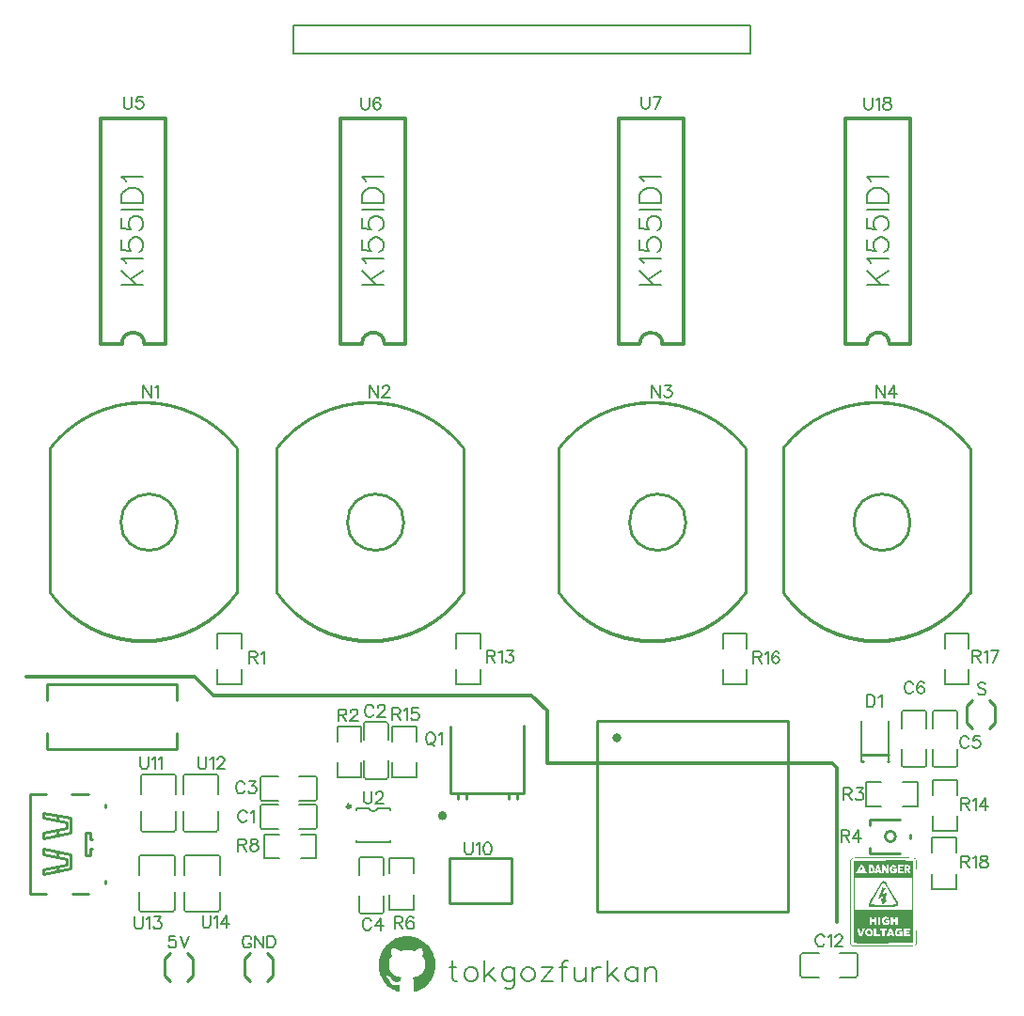
<source format=gto>
G04 Layer: TopSilkscreenLayer*
G04 EasyEDA v6.5.34, 2023-09-21 21:59:44*
G04 1037e3338c1a49738aad6bad4f376bef,8e72fd04a6c14d66a7e837eb9aaabff2,10*
G04 Gerber Generator version 0.2*
G04 Scale: 100 percent, Rotated: No, Reflected: No *
G04 Dimensions in millimeters *
G04 leading zeros omitted , absolute positions ,4 integer and 5 decimal *
%FSLAX45Y45*%
%MOMM*%

%ADD10C,0.2032*%
%ADD11C,0.1524*%
%ADD12C,0.3000*%
%ADD13C,0.2540*%
%ADD14C,0.1999*%
%ADD15C,0.1501*%
%ADD16C,0.1520*%
%ADD17C,0.3048*%
%ADD18C,0.2500*%
%ADD19C,0.4000*%
%ADD20C,0.0108*%

%LPD*%
G36*
X3043377Y160020D02*
G01*
X3034639Y159918D01*
X3016605Y159004D01*
X3014319Y158546D01*
X3006344Y157988D01*
X2990951Y155448D01*
X2971292Y150977D01*
X2969717Y150266D01*
X2968548Y150215D01*
X2966567Y149250D01*
X2965450Y149250D01*
X2956915Y146405D01*
X2944672Y141986D01*
X2943301Y141224D01*
X2942640Y141224D01*
X2926384Y133604D01*
X2911500Y125730D01*
X2901899Y119735D01*
X2890215Y111861D01*
X2881884Y105613D01*
X2870454Y96266D01*
X2861208Y87579D01*
X2849880Y75793D01*
X2842768Y67564D01*
X2836367Y59639D01*
X2827832Y47701D01*
X2818942Y33680D01*
X2810306Y17983D01*
X2803702Y3606D01*
X2800248Y-5181D01*
X2796590Y-15544D01*
X2792323Y-29565D01*
X2789732Y-40132D01*
X2789732Y-41198D01*
X2788970Y-43484D01*
X2786735Y-56184D01*
X2786735Y-57556D01*
X2785770Y-62839D01*
X2784246Y-79857D01*
X2783738Y-80010D01*
X2783738Y-109982D01*
X2784246Y-110134D01*
X2784754Y-119887D01*
X2786786Y-137160D01*
X2789732Y-151536D01*
X2789732Y-152806D01*
X2793238Y-166065D01*
X2796235Y-176428D01*
X2798013Y-181559D01*
X2798775Y-182930D01*
X2798775Y-183692D01*
X2802839Y-194208D01*
X2810764Y-211277D01*
X2810764Y-211632D01*
X2820568Y-228854D01*
X2831795Y-245617D01*
X2845054Y-262737D01*
X2859074Y-277926D01*
X2873959Y-291846D01*
X2889504Y-304088D01*
X2902000Y-312470D01*
X2909722Y-317195D01*
X2922524Y-324307D01*
X2941828Y-333248D01*
X2942437Y-333248D01*
X2949905Y-336245D01*
X2950514Y-336245D01*
X2952546Y-337210D01*
X2953054Y-337210D01*
X2958033Y-339242D01*
X2962351Y-340004D01*
X2965246Y-340004D01*
X2969514Y-338937D01*
X2972562Y-336905D01*
X2974289Y-334721D01*
X2975711Y-332232D01*
X2976727Y-327355D01*
X2976067Y-279908D01*
X2975406Y-279501D01*
X2972816Y-280111D01*
X2958795Y-281787D01*
X2946552Y-281787D01*
X2935528Y-280924D01*
X2933750Y-280466D01*
X2928620Y-279908D01*
X2920238Y-277977D01*
X2918663Y-277164D01*
X2918002Y-277164D01*
X2916021Y-276199D01*
X2915208Y-276148D01*
X2914751Y-275742D01*
X2909468Y-272948D01*
X2903982Y-269138D01*
X2899562Y-265277D01*
X2894736Y-259029D01*
X2891840Y-254152D01*
X2891840Y-253695D01*
X2886405Y-241249D01*
X2882493Y-233730D01*
X2873959Y-221742D01*
X2868472Y-216204D01*
X2864612Y-213410D01*
X2859938Y-210667D01*
X2856687Y-207822D01*
X2853842Y-204774D01*
X2853842Y-204368D01*
X2851810Y-201472D01*
X2851810Y-199136D01*
X2853791Y-197358D01*
X2857195Y-196291D01*
X2863951Y-196037D01*
X2870098Y-197205D01*
X2875280Y-199085D01*
X2875889Y-199085D01*
X2885490Y-204419D01*
X2890977Y-208584D01*
X2896006Y-213512D01*
X2898495Y-216408D01*
X2904794Y-226009D01*
X2908401Y-231089D01*
X2911348Y-234746D01*
X2916783Y-240029D01*
X2920949Y-243179D01*
X2927502Y-246888D01*
X2928772Y-247192D01*
X2930042Y-247904D01*
X2933446Y-249123D01*
X2934563Y-249123D01*
X2937764Y-250190D01*
X2952648Y-250139D01*
X2956001Y-249631D01*
X2956306Y-249428D01*
X2961436Y-248920D01*
X2969107Y-246888D01*
X2970580Y-246125D01*
X2971190Y-246125D01*
X2976778Y-243738D01*
X2977946Y-239521D01*
X2977946Y-238252D01*
X2979775Y-231140D01*
X2982722Y-223723D01*
X2986278Y-217474D01*
X2992780Y-209854D01*
X2992475Y-209092D01*
X2990342Y-209092D01*
X2986836Y-208330D01*
X2981655Y-207873D01*
X2979826Y-207365D01*
X2974797Y-206857D01*
X2973324Y-206349D01*
X2957068Y-202793D01*
X2955442Y-202082D01*
X2954274Y-202082D01*
X2952953Y-201422D01*
X2951276Y-201066D01*
X2943961Y-198120D01*
X2943402Y-198120D01*
X2930753Y-191973D01*
X2920238Y-185775D01*
X2913329Y-180644D01*
X2909519Y-177190D01*
X2904236Y-171958D01*
X2900070Y-166928D01*
X2895854Y-160832D01*
X2891129Y-152603D01*
X2886862Y-142900D01*
X2883763Y-133807D01*
X2879852Y-119684D01*
X2879852Y-118414D01*
X2878074Y-108966D01*
X2877566Y-102006D01*
X2877058Y-99618D01*
X2876600Y-82702D01*
X2877058Y-70612D01*
X2877616Y-68834D01*
X2877870Y-64617D01*
X2880410Y-53848D01*
X2881833Y-49733D01*
X2881884Y-48818D01*
X2882849Y-46837D01*
X2882849Y-46024D01*
X2887370Y-36068D01*
X2890926Y-29819D01*
X2896108Y-22301D01*
X2902610Y-14528D01*
X2902610Y-13055D01*
X2901899Y-11785D01*
X2901848Y-10769D01*
X2901238Y-9550D01*
X2899918Y-5283D01*
X2898089Y2997D01*
X2897581Y8229D01*
X2897174Y17830D01*
X2897581Y20218D01*
X2897886Y26720D01*
X2898851Y30835D01*
X2898851Y32461D01*
X2899918Y36982D01*
X2900883Y40030D01*
X2900883Y40894D01*
X2901848Y43738D01*
X2901899Y44754D01*
X2902864Y46786D01*
X2902864Y47650D01*
X2903880Y49631D01*
X2903880Y50444D01*
X2904794Y52527D01*
X2904998Y53492D01*
X2906268Y54102D01*
X2910890Y54711D01*
X2918510Y54102D01*
X2921457Y53136D01*
X2922524Y53136D01*
X2926283Y52120D01*
X2928416Y51155D01*
X2929280Y51104D01*
X2931261Y50139D01*
X2932125Y50139D01*
X2947517Y43688D01*
X2961995Y36372D01*
X2970174Y31140D01*
X2970428Y31140D01*
X2974543Y28295D01*
X2976372Y27635D01*
X2986582Y30124D01*
X2999079Y32613D01*
X3008325Y34137D01*
X3026867Y36017D01*
X3053130Y36017D01*
X3071672Y34137D01*
X3091180Y30683D01*
X3103626Y27635D01*
X3105454Y28295D01*
X3115056Y34493D01*
X3130702Y43129D01*
X3145688Y49530D01*
X3151225Y51409D01*
X3152800Y52120D01*
X3153511Y52120D01*
X3156508Y53086D01*
X3160979Y54152D01*
X3169005Y54914D01*
X3172256Y54152D01*
X3173831Y54152D01*
X3175152Y52628D01*
X3175152Y51612D01*
X3175965Y50038D01*
X3178149Y43942D01*
X3178149Y43027D01*
X3180283Y35356D01*
X3181959Y26720D01*
X3182670Y13716D01*
X3181908Y2844D01*
X3180080Y-5283D01*
X3178759Y-9550D01*
X3178149Y-10769D01*
X3178098Y-11785D01*
X3177387Y-13055D01*
X3177387Y-14528D01*
X3184398Y-22961D01*
X3188614Y-29057D01*
X3191967Y-34950D01*
X3197148Y-45923D01*
X3197148Y-46837D01*
X3198114Y-48818D01*
X3198164Y-49733D01*
X3199587Y-53848D01*
X3201924Y-63500D01*
X3202381Y-68326D01*
X3203143Y-72847D01*
X3203397Y-84378D01*
X3202940Y-99618D01*
X3202432Y-102006D01*
X3201924Y-109067D01*
X3199130Y-123901D01*
X3196945Y-132130D01*
X3193897Y-141173D01*
X3193135Y-142748D01*
X3193135Y-143256D01*
X3188106Y-154076D01*
X3184042Y-161188D01*
X3178911Y-168198D01*
X3172866Y-174802D01*
X3168243Y-179019D01*
X3159506Y-185775D01*
X3153308Y-189484D01*
X3145180Y-193802D01*
X3133191Y-199186D01*
X3123082Y-202590D01*
X3109417Y-205841D01*
X3102914Y-207111D01*
X3087217Y-209245D01*
X3087014Y-209905D01*
X3091180Y-214223D01*
X3092704Y-216255D01*
X3095548Y-220725D01*
X3099054Y-227584D01*
X3099054Y-228244D01*
X3100019Y-230276D01*
X3100070Y-231394D01*
X3100730Y-233070D01*
X3102559Y-241249D01*
X3103676Y-250748D01*
X3103930Y-330606D01*
X3106115Y-335178D01*
X3108248Y-337413D01*
X3110585Y-338988D01*
X3115056Y-340004D01*
X3117646Y-340004D01*
X3122218Y-339140D01*
X3124047Y-338226D01*
X3124708Y-338226D01*
X3126689Y-337261D01*
X3127451Y-337210D01*
X3129483Y-336245D01*
X3130092Y-336245D01*
X3137560Y-333248D01*
X3138068Y-333248D01*
X3159506Y-323240D01*
X3177235Y-312978D01*
X3190544Y-304088D01*
X3205886Y-291947D01*
X3222294Y-276504D01*
X3234944Y-262737D01*
X3247085Y-247243D01*
X3259074Y-229514D01*
X3269234Y-211632D01*
X3269234Y-211277D01*
X3277209Y-194360D01*
X3277209Y-193700D01*
X3277971Y-192328D01*
X3281222Y-183591D01*
X3281273Y-182930D01*
X3282238Y-180949D01*
X3282238Y-180289D01*
X3283762Y-176428D01*
X3287725Y-162712D01*
X3290265Y-152806D01*
X3290265Y-151536D01*
X3293465Y-134670D01*
X3295243Y-119633D01*
X3295700Y-109626D01*
X3296259Y-109474D01*
X3296259Y-80010D01*
X3295751Y-79857D01*
X3294227Y-62839D01*
X3293262Y-57556D01*
X3293262Y-56184D01*
X3291382Y-45516D01*
X3290265Y-41198D01*
X3290265Y-40132D01*
X3286709Y-26060D01*
X3282391Y-12192D01*
X3277209Y1066D01*
X3277209Y1625D01*
X3268573Y19964D01*
X3261055Y33680D01*
X3255416Y42722D01*
X3249726Y51155D01*
X3243630Y59639D01*
X3232251Y73558D01*
X3223310Y83058D01*
X3210814Y95046D01*
X3195980Y107340D01*
X3187039Y113690D01*
X3177387Y120192D01*
X3177133Y120192D01*
X3171748Y123698D01*
X3158998Y130810D01*
X3137357Y141224D01*
X3136696Y141224D01*
X3135325Y141986D01*
X3126232Y145338D01*
X3114548Y149250D01*
X3113430Y149250D01*
X3111449Y150215D01*
X3110280Y150266D01*
X3108706Y150977D01*
X3089046Y155448D01*
X3073654Y157988D01*
X3065729Y158546D01*
X3063392Y159004D01*
G37*
G36*
X7160717Y870000D02*
G01*
X7097623Y869645D01*
X7080503Y869340D01*
X7068566Y868883D01*
X7060641Y868273D01*
X7055662Y867511D01*
X7051090Y866089D01*
X7046874Y863803D01*
X7042556Y860806D01*
X7038644Y857453D01*
X7035698Y854151D01*
X7030008Y846480D01*
X7030008Y265734D01*
X7035901Y265734D01*
X7035901Y845921D01*
X7054342Y863549D01*
X7531557Y863346D01*
X7577734Y862787D01*
X7591348Y862330D01*
X7600238Y861771D01*
X7605725Y861009D01*
X7608925Y860094D01*
X7616444Y856132D01*
X7618374Y854506D01*
X7620050Y852017D01*
X7621422Y848156D01*
X7622641Y842416D01*
X7623606Y834339D01*
X7624419Y823417D01*
X7625537Y791210D01*
X7626146Y741832D01*
X7626400Y661009D01*
X7626299Y242417D01*
X7625943Y180136D01*
X7625181Y136652D01*
X7624521Y120904D01*
X7623708Y108508D01*
X7622743Y99110D01*
X7620812Y89560D01*
X7619187Y85648D01*
X7618272Y84226D01*
X7616240Y82296D01*
X7615123Y81635D01*
X7604607Y78282D01*
X7596378Y77419D01*
X7582712Y76657D01*
X7541209Y75488D01*
X7484770Y74625D01*
X7418070Y74168D01*
X7317943Y74066D01*
X7227773Y74574D01*
X7162444Y75336D01*
X7108240Y76403D01*
X7086752Y77063D01*
X7069785Y77825D01*
X7057898Y78587D01*
X7051649Y79502D01*
X7045706Y82245D01*
X7044232Y83210D01*
X7042505Y85140D01*
X7041083Y88341D01*
X7039813Y93218D01*
X7038797Y100380D01*
X7037984Y110286D01*
X7037324Y123444D01*
X7036460Y161493D01*
X7036003Y218592D01*
X7035901Y265734D01*
X7030008Y265734D01*
X7030008Y93268D01*
X7041083Y79095D01*
X7043115Y77216D01*
X7044893Y76098D01*
X7049820Y74218D01*
X7057491Y72745D01*
X7068870Y71678D01*
X7084872Y70916D01*
X7106564Y70408D01*
X7134859Y70104D01*
X7254595Y70104D01*
X7488123Y70612D01*
X7550962Y71120D01*
X7572756Y71577D01*
X7589266Y72237D01*
X7601254Y73152D01*
X7609586Y74371D01*
X7615072Y75946D01*
X7617002Y76860D01*
X7618526Y77876D01*
X7619796Y79044D01*
X7624419Y85648D01*
X7630007Y92811D01*
X7630007Y847293D01*
X7623251Y856183D01*
X7620304Y860501D01*
X7617815Y862787D01*
X7616088Y863752D01*
X7611211Y865428D01*
X7603642Y866698D01*
X7592669Y867714D01*
X7577429Y868426D01*
X7557058Y868934D01*
X7497775Y869442D01*
G37*
G36*
X7410653Y843635D02*
G01*
X7291019Y843178D01*
X7219543Y842619D01*
X7156043Y841857D01*
X7105853Y840943D01*
X7074255Y839825D01*
X7067092Y839216D01*
X7065924Y838911D01*
X7065314Y835761D01*
X7064298Y815441D01*
X7063384Y778865D01*
X7062701Y732688D01*
X7083704Y732688D01*
X7083806Y735685D01*
X7084872Y739343D01*
X7086752Y743762D01*
X7093102Y755142D01*
X7113219Y787196D01*
X7121194Y798525D01*
X7124395Y802233D01*
X7127189Y804773D01*
X7129678Y806196D01*
X7131913Y806602D01*
X7134098Y806043D01*
X7136282Y804570D01*
X7138368Y802436D01*
X7320483Y802436D01*
X7329017Y801725D01*
X7333945Y800912D01*
X7337704Y798474D01*
X7341717Y793089D01*
X7347407Y783285D01*
X7357262Y765556D01*
X7358634Y802132D01*
X7377430Y802132D01*
X7377430Y764641D01*
X7386574Y764641D01*
X7386980Y770229D01*
X7387894Y776071D01*
X7389368Y782116D01*
X7391349Y786892D01*
X7394244Y791159D01*
X7397902Y794867D01*
X7402118Y797915D01*
X7406894Y800252D01*
X7411923Y801928D01*
X7417104Y802894D01*
X7422286Y802995D01*
X7428003Y802132D01*
X7538770Y802132D01*
X7550556Y801979D01*
X7557770Y801268D01*
X7562291Y799592D01*
X7566050Y796544D01*
X7568742Y793242D01*
X7570673Y789330D01*
X7571841Y785063D01*
X7572248Y780542D01*
X7571841Y776071D01*
X7570724Y771753D01*
X7568793Y767842D01*
X7564018Y762304D01*
X7562596Y760323D01*
X7561986Y758748D01*
X7562291Y757885D01*
X7564831Y754481D01*
X7568590Y747623D01*
X7572451Y739444D01*
X7575296Y732180D01*
X7575956Y729386D01*
X7575092Y727862D01*
X7572146Y727202D01*
X7555839Y727100D01*
X7547660Y746099D01*
X7545171Y750874D01*
X7543088Y753872D01*
X7541463Y755040D01*
X7540244Y754481D01*
X7539380Y752144D01*
X7538872Y748030D01*
X7538669Y742137D01*
X7538669Y727100D01*
X7517333Y727100D01*
X7517333Y802132D01*
X7507833Y802132D01*
X7507833Y786231D01*
X7492441Y786231D01*
X7484973Y785774D01*
X7479487Y784555D01*
X7476032Y782777D01*
X7474661Y780745D01*
X7475423Y778611D01*
X7478318Y776732D01*
X7483398Y775208D01*
X7490663Y774395D01*
X7498486Y773887D01*
X7502652Y772871D01*
X7504379Y770585D01*
X7505039Y766318D01*
X7505801Y758952D01*
X7476744Y758952D01*
X7477455Y751535D01*
X7478115Y747268D01*
X7479944Y744982D01*
X7484465Y743966D01*
X7507833Y742797D01*
X7507833Y727100D01*
X7458049Y727100D01*
X7458049Y802132D01*
X7428003Y802132D01*
X7432141Y800811D01*
X7436459Y798372D01*
X7440168Y795020D01*
X7444435Y789025D01*
X7445349Y784504D01*
X7442911Y781151D01*
X7437018Y778865D01*
X7432802Y778002D01*
X7429855Y778103D01*
X7427671Y779221D01*
X7422337Y784910D01*
X7418984Y786384D01*
X7415631Y786130D01*
X7412583Y784301D01*
X7409891Y780999D01*
X7407757Y776427D01*
X7406386Y770737D01*
X7405878Y764032D01*
X7407148Y754380D01*
X7410703Y747014D01*
X7415834Y742746D01*
X7422134Y742289D01*
X7428636Y745337D01*
X7431125Y749401D01*
X7429500Y752906D01*
X7423505Y754380D01*
X7420508Y754634D01*
X7418730Y755751D01*
X7417917Y758190D01*
X7417714Y762355D01*
X7417714Y770280D01*
X7448550Y770280D01*
X7448550Y736396D01*
X7438288Y730605D01*
X7433360Y728167D01*
X7428585Y726440D01*
X7423912Y725373D01*
X7419390Y724916D01*
X7415072Y725068D01*
X7410958Y725830D01*
X7407046Y727151D01*
X7403388Y728980D01*
X7400086Y731316D01*
X7397038Y734110D01*
X7394295Y737362D01*
X7391958Y741019D01*
X7390028Y745083D01*
X7388504Y749503D01*
X7387386Y754227D01*
X7386726Y759307D01*
X7386574Y764641D01*
X7377430Y764641D01*
X7377430Y727100D01*
X7367981Y727100D01*
X7362342Y727405D01*
X7358430Y729437D01*
X7354366Y735025D01*
X7338263Y764641D01*
X7336891Y727100D01*
X7320483Y727100D01*
X7320483Y802436D01*
X7138368Y802436D01*
X7138644Y802132D01*
X7212431Y802132D01*
X7221931Y801979D01*
X7228230Y801166D01*
X7232853Y799388D01*
X7237222Y796340D01*
X7241489Y791819D01*
X7244842Y786079D01*
X7247331Y779322D01*
X7248855Y771906D01*
X7249414Y764133D01*
X7248956Y756259D01*
X7247381Y748639D01*
X7244740Y741476D01*
X7242606Y737311D01*
X7240320Y734009D01*
X7237780Y731520D01*
X7234681Y729640D01*
X7232828Y729030D01*
X7249972Y729030D01*
X7250633Y732536D01*
X7271461Y802132D01*
X7281621Y802132D01*
X7286447Y801928D01*
X7289800Y801268D01*
X7291882Y800049D01*
X7292949Y798169D01*
X7309561Y742391D01*
X7313371Y728573D01*
X7310374Y726338D01*
X7303719Y726795D01*
X7296810Y729132D01*
X7293000Y732790D01*
X7291882Y735736D01*
X7290003Y737463D01*
X7286752Y738276D01*
X7281367Y738479D01*
X7275982Y738276D01*
X7272731Y737463D01*
X7270851Y735736D01*
X7268616Y729843D01*
X7266787Y728116D01*
X7263688Y727303D01*
X7258659Y727100D01*
X7253782Y727252D01*
X7251039Y727811D01*
X7249972Y729030D01*
X7232828Y729030D01*
X7230821Y728370D01*
X7226046Y727608D01*
X7220102Y727202D01*
X7194803Y727100D01*
X7194803Y802132D01*
X7138644Y802132D01*
X7141006Y799287D01*
X7145832Y792835D01*
X7155383Y778814D01*
X7164120Y764489D01*
X7168032Y757631D01*
X7174331Y745236D01*
X7176566Y740054D01*
X7178090Y735736D01*
X7178802Y732485D01*
X7178598Y730453D01*
X7175957Y724814D01*
X7113066Y724865D01*
X7105345Y725068D01*
X7098893Y725474D01*
X7093610Y726084D01*
X7089495Y727049D01*
X7086498Y728472D01*
X7084618Y730300D01*
X7083704Y732688D01*
X7062701Y732688D01*
X7062242Y686155D01*
X7589672Y684987D01*
X7589672Y396138D01*
X7071461Y394970D01*
X7071461Y686155D01*
X7062242Y686155D01*
X7061555Y554126D01*
X7061453Y403555D01*
X7061657Y333603D01*
X7225639Y333603D01*
X7225639Y310845D01*
X7246975Y310845D01*
X7246975Y333603D01*
X7303922Y333603D01*
X7303922Y298602D01*
X7316165Y298602D01*
X7316266Y304088D01*
X7317028Y309473D01*
X7318451Y314655D01*
X7320534Y319532D01*
X7323328Y324002D01*
X7326782Y327964D01*
X7330897Y331266D01*
X7335723Y333806D01*
X7340346Y335127D01*
X7345832Y335737D01*
X7351775Y335788D01*
X7357922Y335229D01*
X7363815Y334111D01*
X7365593Y333603D01*
X7417714Y333603D01*
X7417714Y310845D01*
X7439050Y310845D01*
X7439050Y333603D01*
X7460437Y333603D01*
X7460437Y265379D01*
X7439050Y265379D01*
X7439050Y292658D01*
X7417714Y292658D01*
X7417714Y265379D01*
X7396378Y265379D01*
X7396378Y333603D01*
X7365593Y333603D01*
X7369149Y332587D01*
X7373518Y330606D01*
X7376566Y328218D01*
X7379157Y324154D01*
X7379868Y320344D01*
X7378953Y317042D01*
X7376718Y314502D01*
X7373467Y312928D01*
X7369606Y312521D01*
X7365288Y313639D01*
X7356703Y319227D01*
X7352436Y320395D01*
X7348423Y319989D01*
X7344765Y318211D01*
X7341666Y315061D01*
X7339228Y310743D01*
X7337653Y305358D01*
X7337094Y298958D01*
X7337602Y293217D01*
X7338974Y288340D01*
X7341209Y284378D01*
X7344105Y281482D01*
X7347661Y279654D01*
X7351674Y278942D01*
X7356195Y279501D01*
X7360970Y281381D01*
X7364780Y284327D01*
X7365492Y287274D01*
X7363307Y289509D01*
X7358430Y290372D01*
X7354671Y290576D01*
X7352538Y291541D01*
X7351572Y293573D01*
X7351318Y297180D01*
X7351318Y304038D01*
X7384542Y304038D01*
X7384542Y289407D01*
X7384084Y284480D01*
X7382814Y279908D01*
X7380782Y275844D01*
X7378090Y272288D01*
X7374686Y269189D01*
X7370775Y266700D01*
X7366304Y264769D01*
X7361428Y263499D01*
X7356144Y262839D01*
X7350556Y262890D01*
X7344714Y263702D01*
X7338669Y265226D01*
X7333640Y267360D01*
X7329220Y270306D01*
X7325461Y273913D01*
X7322312Y278130D01*
X7319822Y282854D01*
X7317943Y287883D01*
X7316724Y293166D01*
X7316165Y298602D01*
X7303922Y298602D01*
X7303922Y265379D01*
X7282535Y265379D01*
X7282535Y333603D01*
X7268311Y333603D01*
X7268311Y265379D01*
X7246975Y265379D01*
X7246975Y292658D01*
X7225639Y292658D01*
X7225639Y265379D01*
X7204303Y265379D01*
X7204303Y333603D01*
X7061657Y333603D01*
X7062336Y229260D01*
X7092848Y229260D01*
X7093661Y230022D01*
X7095845Y230632D01*
X7099096Y231089D01*
X7113320Y231241D01*
X7122617Y198882D01*
X7124700Y192532D01*
X7126376Y188366D01*
X7127798Y186232D01*
X7129068Y186029D01*
X7130288Y187756D01*
X7131558Y191312D01*
X7137755Y213817D01*
X7142988Y231241D01*
X7158481Y231089D01*
X7161580Y230581D01*
X7163104Y229717D01*
X7163155Y228396D01*
X7151601Y195986D01*
X7165441Y195986D01*
X7165746Y201472D01*
X7166609Y206603D01*
X7167981Y211328D01*
X7169861Y215646D01*
X7172198Y219506D01*
X7174941Y222910D01*
X7178090Y225806D01*
X7181596Y228244D01*
X7185456Y230174D01*
X7189622Y231546D01*
X7194042Y232359D01*
X7198715Y232613D01*
X7203592Y232257D01*
X7208788Y231241D01*
X7360818Y231241D01*
X7360818Y213055D01*
X7339482Y213055D01*
X7339482Y164134D01*
X7359497Y164134D01*
X7360259Y168300D01*
X7365796Y184556D01*
X7382814Y231241D01*
X7405471Y231241D01*
X7418031Y194970D01*
X7432446Y194970D01*
X7432852Y200202D01*
X7433868Y205333D01*
X7435545Y210261D01*
X7437831Y214934D01*
X7440574Y219202D01*
X7443825Y223012D01*
X7447534Y226314D01*
X7451648Y229006D01*
X7456068Y231038D01*
X7460843Y232308D01*
X7465872Y232714D01*
X7477874Y231394D01*
X7512608Y231394D01*
X7568336Y230124D01*
X7568336Y216458D01*
X7541514Y215290D01*
X7536332Y214426D01*
X7534300Y212699D01*
X7533944Y209550D01*
X7534249Y206400D01*
X7536078Y204724D01*
X7540701Y204063D01*
X7564780Y203962D01*
X7564780Y190296D01*
X7533944Y190296D01*
X7533944Y176631D01*
X7569504Y176631D01*
X7569504Y160731D01*
X7512608Y160731D01*
X7512608Y231394D01*
X7480858Y231292D01*
X7486142Y229514D01*
X7491882Y225348D01*
X7496505Y220065D01*
X7498384Y215239D01*
X7495794Y211683D01*
X7489647Y210058D01*
X7482433Y210566D01*
X7476591Y213461D01*
X7472781Y216103D01*
X7468819Y217068D01*
X7464907Y216509D01*
X7461250Y214579D01*
X7458100Y211429D01*
X7455560Y207162D01*
X7453884Y201980D01*
X7453325Y195986D01*
X7453731Y190398D01*
X7455001Y185572D01*
X7456982Y181610D01*
X7459624Y178562D01*
X7462926Y176428D01*
X7466736Y175412D01*
X7471003Y175412D01*
X7475677Y176580D01*
X7480452Y179374D01*
X7481773Y182372D01*
X7479741Y184759D01*
X7474508Y185775D01*
X7470546Y185928D01*
X7468463Y186893D01*
X7467752Y189077D01*
X7467955Y193141D01*
X7468717Y200558D01*
X7500721Y201879D01*
X7500721Y169926D01*
X7491323Y165303D01*
X7483906Y162407D01*
X7476236Y160731D01*
X7468565Y160223D01*
X7461097Y160883D01*
X7454138Y162661D01*
X7447889Y165455D01*
X7442555Y169367D01*
X7438440Y174193D01*
X7435697Y179171D01*
X7433868Y184353D01*
X7432751Y189636D01*
X7432446Y194970D01*
X7418031Y194970D01*
X7428992Y163576D01*
X7428890Y162306D01*
X7427315Y161391D01*
X7424115Y160883D01*
X7419238Y160731D01*
X7413396Y160934D01*
X7409891Y161696D01*
X7407960Y163423D01*
X7406843Y166522D01*
X7405116Y169214D01*
X7401915Y171094D01*
X7397800Y172161D01*
X7393178Y172415D01*
X7388606Y171907D01*
X7384592Y170637D01*
X7381646Y168605D01*
X7380224Y165862D01*
X7379462Y163169D01*
X7377734Y161645D01*
X7374432Y160934D01*
X7364730Y160680D01*
X7361732Y160832D01*
X7359954Y161798D01*
X7359497Y164134D01*
X7339482Y164134D01*
X7339482Y160731D01*
X7318146Y160731D01*
X7318146Y213055D01*
X7299147Y213055D01*
X7299147Y231241D01*
X7265974Y231241D01*
X7265974Y178917D01*
X7299147Y178917D01*
X7299147Y160731D01*
X7244588Y160731D01*
X7244588Y231241D01*
X7208788Y231241D01*
X7213803Y229717D01*
X7219086Y227482D01*
X7223658Y224383D01*
X7227417Y220116D01*
X7230364Y214884D01*
X7232396Y208991D01*
X7233615Y202590D01*
X7233970Y195935D01*
X7233513Y189331D01*
X7232192Y182880D01*
X7230059Y176936D01*
X7227062Y171704D01*
X7223252Y167335D01*
X7218578Y164185D01*
X7213600Y162052D01*
X7208672Y160528D01*
X7203795Y159715D01*
X7199020Y159461D01*
X7194448Y159816D01*
X7190079Y160731D01*
X7185914Y162204D01*
X7182002Y164185D01*
X7178446Y166624D01*
X7175246Y169621D01*
X7172401Y173024D01*
X7170013Y176834D01*
X7168083Y181051D01*
X7166660Y185674D01*
X7165746Y190652D01*
X7165441Y195986D01*
X7151601Y195986D01*
X7139178Y160731D01*
X7128154Y160731D01*
X7122820Y160934D01*
X7119112Y161594D01*
X7116775Y162814D01*
X7115454Y164693D01*
X7107631Y185775D01*
X7097725Y214071D01*
X7092848Y229260D01*
X7062336Y229260D01*
X7062927Y177749D01*
X7063740Y135839D01*
X7064756Y109169D01*
X7065568Y100939D01*
X7066025Y100380D01*
X7068058Y99618D01*
X7072325Y98958D01*
X7079589Y98450D01*
X7106666Y97739D01*
X7155992Y97434D01*
X7594295Y98196D01*
X7597394Y104190D01*
X7597851Y106883D01*
X7598308Y112115D01*
X7598968Y131521D01*
X7599527Y164744D01*
X7600137Y282600D01*
X7600238Y647496D01*
X7599984Y734517D01*
X7599425Y785164D01*
X7598409Y816000D01*
X7597749Y825652D01*
X7596936Y832256D01*
X7595920Y836523D01*
X7594752Y839063D01*
X7594142Y839927D01*
X7592263Y841349D01*
X7590942Y841654D01*
X7583424Y842162D01*
X7551216Y842975D01*
X7500620Y843432D01*
G37*
G36*
X7131761Y788822D02*
G01*
X7127595Y786993D01*
X7126478Y782523D01*
X7126122Y773988D01*
X7126478Y764489D01*
X7127544Y757123D01*
X7129729Y752805D01*
X7132116Y753567D01*
X7134250Y758850D01*
X7135825Y768197D01*
X7136130Y778814D01*
X7134656Y785876D01*
G37*
G36*
X7541615Y785977D02*
G01*
X7539685Y785164D01*
X7538872Y782828D01*
X7538669Y778408D01*
X7539278Y773226D01*
X7541158Y770636D01*
X7544409Y770686D01*
X7549134Y773277D01*
X7552283Y776986D01*
X7552436Y780846D01*
X7549997Y784098D01*
X7545171Y785825D01*
G37*
G36*
X7218375Y783945D02*
G01*
X7215886Y783386D01*
X7214514Y780745D01*
X7213904Y774598D01*
X7213904Y756005D01*
X7214260Y750316D01*
X7214971Y746201D01*
X7216089Y743712D01*
X7217664Y742645D01*
X7219696Y743000D01*
X7222337Y744677D01*
X7225639Y747572D01*
X7228586Y751789D01*
X7230211Y757174D01*
X7230618Y763168D01*
X7229957Y769213D01*
X7228281Y774903D01*
X7225741Y779576D01*
X7222388Y782777D01*
G37*
G36*
X7280909Y777036D02*
G01*
X7280300Y776224D01*
X7276795Y763625D01*
X7276084Y757783D01*
X7277608Y755040D01*
X7281367Y754380D01*
X7285126Y755345D01*
X7286548Y758494D01*
X7285685Y764438D01*
X7281570Y776224D01*
G37*
G36*
X7131558Y743966D02*
G01*
X7130084Y743762D01*
X7128611Y743153D01*
X7126884Y740816D01*
X7126833Y737717D01*
X7128205Y735076D01*
X7130796Y733907D01*
X7133132Y734974D01*
X7134656Y737565D01*
X7135114Y740613D01*
X7134047Y743051D01*
X7132929Y743712D01*
G37*
G36*
X7331100Y661111D02*
G01*
X7323836Y659892D01*
X7317231Y656031D01*
X7315504Y653897D01*
X7308138Y642823D01*
X7296302Y623925D01*
X7263536Y569671D01*
X7239863Y529386D01*
X7218070Y491794D01*
X7210399Y477926D01*
X7204557Y466851D01*
X7200493Y458114D01*
X7197758Y450392D01*
X7211974Y450392D01*
X7213295Y452628D01*
X7215936Y455422D01*
X7221931Y464616D01*
X7320788Y632307D01*
X7324090Y637235D01*
X7326884Y640638D01*
X7329170Y642569D01*
X7331252Y643178D01*
X7333183Y642518D01*
X7335164Y640638D01*
X7339685Y633628D01*
X7441133Y460552D01*
X7446060Y453339D01*
X7447076Y451053D01*
X7447127Y450138D01*
X7446822Y449275D01*
X7446111Y448513D01*
X7443063Y447293D01*
X7437678Y446430D01*
X7429398Y445770D01*
X7402575Y445160D01*
X7258558Y445211D01*
X7240524Y445516D01*
X7227570Y446024D01*
X7218934Y446785D01*
X7216038Y447293D01*
X7213955Y447903D01*
X7212685Y448614D01*
X7212025Y449427D01*
X7211974Y450392D01*
X7197758Y450392D01*
X7196937Y446176D01*
X7196836Y444042D01*
X7197547Y440537D01*
X7199274Y437591D01*
X7201763Y434898D01*
X7209434Y427990D01*
X7369911Y427075D01*
X7393838Y427126D01*
X7413396Y427431D01*
X7428992Y428040D01*
X7441082Y429006D01*
X7446009Y429615D01*
X7453680Y431241D01*
X7456627Y432308D01*
X7459014Y433425D01*
X7460894Y434746D01*
X7462367Y436219D01*
X7463434Y437896D01*
X7464196Y439724D01*
X7465009Y443941D01*
X7465161Y448919D01*
X7464145Y451662D01*
X7456830Y465937D01*
X7443825Y489356D01*
X7427010Y518922D01*
X7388809Y584403D01*
X7370978Y614172D01*
X7356398Y637946D01*
X7346848Y652678D01*
X7344460Y655675D01*
X7338212Y659688D01*
G37*
G36*
X7322870Y601980D02*
G01*
X7321753Y601573D01*
X7320534Y600506D01*
X7319416Y598881D01*
X7318451Y596849D01*
X7304582Y559257D01*
X7294016Y529691D01*
X7287514Y510133D01*
X7285990Y504748D01*
X7285736Y502666D01*
X7287971Y502767D01*
X7293051Y504088D01*
X7300264Y506374D01*
X7320940Y513892D01*
X7327239Y515721D01*
X7329373Y515213D01*
X7328052Y507136D01*
X7327442Y497382D01*
X7326325Y495604D01*
X7323480Y495249D01*
X7311898Y496671D01*
X7309307Y495147D01*
X7309866Y489762D01*
X7319822Y455676D01*
X7320737Y453694D01*
X7321651Y452374D01*
X7322515Y451866D01*
X7325156Y453237D01*
X7330186Y456793D01*
X7343902Y467715D01*
X7356652Y478840D01*
X7360462Y482650D01*
X7361478Y484378D01*
X7358227Y485495D01*
X7350455Y487476D01*
X7348575Y488340D01*
X7347508Y489813D01*
X7347254Y492455D01*
X7347813Y496722D01*
X7351522Y512064D01*
X7357719Y535787D01*
X7361529Y551840D01*
X7361834Y554228D01*
X7328509Y542036D01*
X7325969Y541477D01*
X7326020Y542290D01*
X7338212Y566877D01*
X7348981Y589686D01*
X7345273Y592175D01*
X7336993Y596341D01*
X7328153Y600252D01*
G37*
G36*
X7199528Y215341D02*
G01*
X7196378Y214985D01*
X7193534Y214020D01*
X7191044Y212445D01*
X7189012Y210261D01*
X7186371Y205333D01*
X7185101Y199847D01*
X7185050Y194259D01*
X7186168Y188874D01*
X7188250Y184048D01*
X7191298Y180187D01*
X7195058Y177596D01*
X7199528Y176631D01*
X7205522Y178003D01*
X7209993Y181813D01*
X7212787Y187909D01*
X7213803Y195986D01*
X7212787Y204063D01*
X7209993Y210159D01*
X7205522Y213969D01*
G37*
G36*
X7393635Y209296D02*
G01*
X7391653Y206908D01*
X7389571Y200660D01*
X7387640Y193090D01*
X7387437Y189382D01*
X7389469Y188112D01*
X7394295Y188010D01*
X7397902Y188214D01*
X7399934Y188772D01*
X7400544Y189992D01*
X7395464Y207721D01*
G37*
D10*
X3447813Y-55036D02*
G01*
X3447813Y-212008D01*
X3456957Y-239694D01*
X3475499Y-248838D01*
X3493787Y-248838D01*
X3419873Y-119552D02*
G01*
X3484643Y-119552D01*
X3600975Y-119552D02*
G01*
X3582433Y-128950D01*
X3564145Y-147238D01*
X3554747Y-174924D01*
X3554747Y-193466D01*
X3564145Y-221152D01*
X3582433Y-239694D01*
X3600975Y-248838D01*
X3628661Y-248838D01*
X3647203Y-239694D01*
X3665745Y-221152D01*
X3674889Y-193466D01*
X3674889Y-174924D01*
X3665745Y-147238D01*
X3647203Y-128950D01*
X3628661Y-119552D01*
X3600975Y-119552D01*
X3735849Y-55036D02*
G01*
X3735849Y-248838D01*
X3828305Y-119552D02*
G01*
X3735849Y-212008D01*
X3772933Y-174924D02*
G01*
X3837449Y-248838D01*
X4009153Y-119552D02*
G01*
X4009153Y-267380D01*
X4000009Y-295066D01*
X3990865Y-304210D01*
X3972323Y-313608D01*
X3944637Y-313608D01*
X3926095Y-304210D01*
X4009153Y-147238D02*
G01*
X3990865Y-128950D01*
X3972323Y-119552D01*
X3944637Y-119552D01*
X3926095Y-128950D01*
X3907553Y-147238D01*
X3898409Y-174924D01*
X3898409Y-193466D01*
X3907553Y-221152D01*
X3926095Y-239694D01*
X3944637Y-248838D01*
X3972323Y-248838D01*
X3990865Y-239694D01*
X4009153Y-221152D01*
X4116341Y-119552D02*
G01*
X4098053Y-128950D01*
X4079511Y-147238D01*
X4070113Y-174924D01*
X4070113Y-193466D01*
X4079511Y-221152D01*
X4098053Y-239694D01*
X4116341Y-248838D01*
X4144027Y-248838D01*
X4162569Y-239694D01*
X4181111Y-221152D01*
X4190255Y-193466D01*
X4190255Y-174924D01*
X4181111Y-147238D01*
X4162569Y-128950D01*
X4144027Y-119552D01*
X4116341Y-119552D01*
X4352815Y-119552D02*
G01*
X4251215Y-248838D01*
X4251215Y-119552D02*
G01*
X4352815Y-119552D01*
X4251215Y-248838D02*
G01*
X4352815Y-248838D01*
X4487689Y-55036D02*
G01*
X4469147Y-55036D01*
X4450859Y-64180D01*
X4441461Y-91866D01*
X4441461Y-248838D01*
X4413775Y-119552D02*
G01*
X4478545Y-119552D01*
X4548649Y-119552D02*
G01*
X4548649Y-212008D01*
X4557793Y-239694D01*
X4576335Y-248838D01*
X4604021Y-248838D01*
X4622563Y-239694D01*
X4650249Y-212008D01*
X4650249Y-119552D02*
G01*
X4650249Y-248838D01*
X4711209Y-119552D02*
G01*
X4711209Y-248838D01*
X4711209Y-174924D02*
G01*
X4720353Y-147238D01*
X4738895Y-128950D01*
X4757437Y-119552D01*
X4785123Y-119552D01*
X4846083Y-55036D02*
G01*
X4846083Y-248838D01*
X4938539Y-119552D02*
G01*
X4846083Y-212008D01*
X4882913Y-174924D02*
G01*
X4947683Y-248838D01*
X5119387Y-119552D02*
G01*
X5119387Y-248838D01*
X5119387Y-147238D02*
G01*
X5101099Y-128950D01*
X5082557Y-119552D01*
X5054871Y-119552D01*
X5036329Y-128950D01*
X5017787Y-147238D01*
X5008643Y-174924D01*
X5008643Y-193466D01*
X5017787Y-221152D01*
X5036329Y-239694D01*
X5054871Y-248838D01*
X5082557Y-248838D01*
X5101099Y-239694D01*
X5119387Y-221152D01*
X5180347Y-119552D02*
G01*
X5180347Y-248838D01*
X5180347Y-156636D02*
G01*
X5208033Y-128950D01*
X5226575Y-119552D01*
X5254261Y-119552D01*
X5272803Y-128950D01*
X5281947Y-156636D01*
X5281947Y-248838D01*
D11*
X1597972Y1269418D02*
G01*
X1592638Y1279832D01*
X1582224Y1290246D01*
X1572064Y1295326D01*
X1551236Y1295326D01*
X1540822Y1290246D01*
X1530408Y1279832D01*
X1525074Y1269418D01*
X1519994Y1253670D01*
X1519994Y1227762D01*
X1525074Y1212268D01*
X1530408Y1201854D01*
X1540822Y1191440D01*
X1551236Y1186360D01*
X1572064Y1186360D01*
X1582224Y1191440D01*
X1592638Y1201854D01*
X1597972Y1212268D01*
X1632262Y1274498D02*
G01*
X1642676Y1279832D01*
X1658170Y1295326D01*
X1658170Y1186360D01*
X2737959Y2219401D02*
G01*
X2732625Y2229815D01*
X2722211Y2240229D01*
X2712051Y2245309D01*
X2691223Y2245309D01*
X2680809Y2240229D01*
X2670395Y2229815D01*
X2665061Y2219401D01*
X2659981Y2203653D01*
X2659981Y2177745D01*
X2665061Y2162251D01*
X2670395Y2151837D01*
X2680809Y2141423D01*
X2691223Y2136343D01*
X2712051Y2136343D01*
X2722211Y2141423D01*
X2732625Y2151837D01*
X2737959Y2162251D01*
X2777329Y2219401D02*
G01*
X2777329Y2224481D01*
X2782663Y2234895D01*
X2787743Y2240229D01*
X2798157Y2245309D01*
X2818985Y2245309D01*
X2829399Y2240229D01*
X2834479Y2234895D01*
X2839813Y2224481D01*
X2839813Y2214067D01*
X2834479Y2203653D01*
X2824065Y2188159D01*
X2772249Y2136343D01*
X2844893Y2136343D01*
X1577972Y1529417D02*
G01*
X1572638Y1539831D01*
X1562224Y1550245D01*
X1552064Y1555325D01*
X1531236Y1555325D01*
X1520822Y1550245D01*
X1510408Y1539831D01*
X1505074Y1529417D01*
X1499994Y1513669D01*
X1499994Y1487761D01*
X1505074Y1472267D01*
X1510408Y1461853D01*
X1520822Y1451439D01*
X1531236Y1446359D01*
X1552064Y1446359D01*
X1562224Y1451439D01*
X1572638Y1461853D01*
X1577972Y1472267D01*
X1622676Y1555325D02*
G01*
X1679826Y1555325D01*
X1648584Y1513669D01*
X1664078Y1513669D01*
X1674492Y1508589D01*
X1679826Y1503509D01*
X1684906Y1487761D01*
X1684906Y1477347D01*
X1679826Y1461853D01*
X1669412Y1451439D01*
X1653664Y1446359D01*
X1638170Y1446359D01*
X1622676Y1451439D01*
X1617342Y1456519D01*
X1612262Y1466933D01*
X2717975Y299402D02*
G01*
X2712641Y309816D01*
X2702227Y320230D01*
X2692067Y325310D01*
X2671239Y325310D01*
X2660825Y320230D01*
X2650411Y309816D01*
X2645077Y299402D01*
X2639997Y283654D01*
X2639997Y257746D01*
X2645077Y242252D01*
X2650411Y231838D01*
X2660825Y221424D01*
X2671239Y216344D01*
X2692067Y216344D01*
X2702227Y221424D01*
X2712641Y231838D01*
X2717975Y242252D01*
X2804081Y325310D02*
G01*
X2752265Y252666D01*
X2830243Y252666D01*
X2804081Y325310D02*
G01*
X2804081Y216344D01*
X8097972Y1939414D02*
G01*
X8092638Y1949828D01*
X8082224Y1960242D01*
X8072064Y1965322D01*
X8051236Y1965322D01*
X8040822Y1960242D01*
X8030408Y1949828D01*
X8025074Y1939414D01*
X8019994Y1923666D01*
X8019994Y1897758D01*
X8025074Y1882264D01*
X8030408Y1871850D01*
X8040822Y1861436D01*
X8051236Y1856356D01*
X8072064Y1856356D01*
X8082224Y1861436D01*
X8092638Y1871850D01*
X8097972Y1882264D01*
X8194492Y1965322D02*
G01*
X8142676Y1965322D01*
X8137342Y1918586D01*
X8142676Y1923666D01*
X8158170Y1929000D01*
X8173664Y1929000D01*
X8189412Y1923666D01*
X8199826Y1913506D01*
X8204906Y1897758D01*
X8204906Y1887344D01*
X8199826Y1871850D01*
X8189412Y1861436D01*
X8173664Y1856356D01*
X8158170Y1856356D01*
X8142676Y1861436D01*
X8137342Y1866516D01*
X8132262Y1876930D01*
X7597973Y2429423D02*
G01*
X7592639Y2439837D01*
X7582225Y2450251D01*
X7572065Y2455331D01*
X7551237Y2455331D01*
X7540823Y2450251D01*
X7530409Y2439837D01*
X7525075Y2429423D01*
X7519995Y2413675D01*
X7519995Y2387767D01*
X7525075Y2372273D01*
X7530409Y2361859D01*
X7540823Y2351445D01*
X7551237Y2346365D01*
X7572065Y2346365D01*
X7582225Y2351445D01*
X7592639Y2361859D01*
X7597973Y2372273D01*
X7694493Y2439837D02*
G01*
X7689413Y2450251D01*
X7673665Y2455331D01*
X7663505Y2455331D01*
X7647757Y2450251D01*
X7637343Y2434503D01*
X7632263Y2408595D01*
X7632263Y2382687D01*
X7637343Y2361859D01*
X7647757Y2351445D01*
X7663505Y2346365D01*
X7668585Y2346365D01*
X7684079Y2351445D01*
X7694493Y2361859D01*
X7699827Y2377353D01*
X7699827Y2382687D01*
X7694493Y2398181D01*
X7684079Y2408595D01*
X7668585Y2413675D01*
X7663505Y2413675D01*
X7647757Y2408595D01*
X7637343Y2398181D01*
X7632263Y2382687D01*
X6797944Y149407D02*
G01*
X6792610Y159821D01*
X6782196Y170235D01*
X6772036Y175315D01*
X6751208Y175315D01*
X6740794Y170235D01*
X6730380Y159821D01*
X6725046Y149407D01*
X6719966Y133659D01*
X6719966Y107751D01*
X6725046Y92257D01*
X6730380Y81843D01*
X6740794Y71429D01*
X6751208Y66349D01*
X6772036Y66349D01*
X6782196Y71429D01*
X6792610Y81843D01*
X6797944Y92257D01*
X6832234Y154487D02*
G01*
X6842648Y159821D01*
X6858142Y175315D01*
X6858142Y66349D01*
X6897766Y149407D02*
G01*
X6897766Y154487D01*
X6902846Y164901D01*
X6907926Y170235D01*
X6918340Y175315D01*
X6939168Y175315D01*
X6949582Y170235D01*
X6954916Y164901D01*
X6959996Y154487D01*
X6959996Y144073D01*
X6954916Y133659D01*
X6944502Y118165D01*
X6892432Y66349D01*
X6965076Y66349D01*
X7179965Y2335303D02*
G01*
X7179965Y2226337D01*
X7179965Y2335303D02*
G01*
X7216287Y2335303D01*
X7232035Y2330223D01*
X7242195Y2319809D01*
X7247529Y2309395D01*
X7252609Y2293647D01*
X7252609Y2267739D01*
X7247529Y2252245D01*
X7242195Y2241831D01*
X7232035Y2231417D01*
X7216287Y2226337D01*
X7179965Y2226337D01*
X7286899Y2314475D02*
G01*
X7297313Y2319809D01*
X7313061Y2335303D01*
X7313061Y2226337D01*
X8252627Y2429804D02*
G01*
X8242213Y2440218D01*
X8226719Y2445298D01*
X8205891Y2445298D01*
X8190397Y2440218D01*
X8179983Y2429804D01*
X8179983Y2419390D01*
X8185063Y2408976D01*
X8190397Y2403896D01*
X8200811Y2398562D01*
X8232053Y2388148D01*
X8242213Y2383068D01*
X8247547Y2377734D01*
X8252627Y2367320D01*
X8252627Y2351826D01*
X8242213Y2341412D01*
X8226719Y2336332D01*
X8205891Y2336332D01*
X8190397Y2341412D01*
X8179983Y2351826D01*
X1637982Y139466D02*
G01*
X1632648Y149626D01*
X1622234Y160040D01*
X1612074Y165374D01*
X1591246Y165374D01*
X1580832Y160040D01*
X1570418Y149626D01*
X1565084Y139466D01*
X1560004Y123718D01*
X1560004Y97810D01*
X1565084Y82316D01*
X1570418Y71902D01*
X1580832Y61488D01*
X1591246Y56154D01*
X1612074Y56154D01*
X1622234Y61488D01*
X1632648Y71902D01*
X1637982Y82316D01*
X1637982Y97810D01*
X1612074Y97810D02*
G01*
X1637982Y97810D01*
X1672272Y165374D02*
G01*
X1672272Y56154D01*
X1672272Y165374D02*
G01*
X1744916Y56154D01*
X1744916Y165374D02*
G01*
X1744916Y56154D01*
X1779206Y165374D02*
G01*
X1779206Y56154D01*
X1779206Y165374D02*
G01*
X1815528Y165374D01*
X1831276Y160040D01*
X1841690Y149626D01*
X1846770Y139466D01*
X1852104Y123718D01*
X1852104Y97810D01*
X1846770Y82316D01*
X1841690Y71902D01*
X1831276Y61488D01*
X1815528Y56154D01*
X1779206Y56154D01*
X952380Y165290D02*
G01*
X900310Y165290D01*
X895230Y118554D01*
X900310Y123888D01*
X916058Y128968D01*
X931552Y128968D01*
X947046Y123888D01*
X957460Y113474D01*
X962794Y97726D01*
X962794Y87312D01*
X957460Y71818D01*
X947046Y61404D01*
X931552Y56324D01*
X916058Y56324D01*
X900310Y61404D01*
X895230Y66738D01*
X889896Y76898D01*
X997084Y165290D02*
G01*
X1038486Y56324D01*
X1080142Y165290D02*
G01*
X1038486Y56324D01*
X666181Y5122913D02*
G01*
X666181Y5013947D01*
X666181Y5122913D02*
G01*
X738825Y5013947D01*
X738825Y5122913D02*
G01*
X738825Y5013947D01*
X773115Y5102085D02*
G01*
X783529Y5107419D01*
X799277Y5122913D01*
X799277Y5013947D01*
X2706176Y5122913D02*
G01*
X2706176Y5013947D01*
X2706176Y5122913D02*
G01*
X2778820Y5013947D01*
X2778820Y5122913D02*
G01*
X2778820Y5013947D01*
X2818444Y5097005D02*
G01*
X2818444Y5102085D01*
X2823524Y5112499D01*
X2828858Y5117833D01*
X2839272Y5122913D01*
X2859846Y5122913D01*
X2870260Y5117833D01*
X2875594Y5112499D01*
X2880674Y5102085D01*
X2880674Y5091671D01*
X2875594Y5081257D01*
X2865180Y5065763D01*
X2813110Y5013947D01*
X2886008Y5013947D01*
X5246171Y5122913D02*
G01*
X5246171Y5013947D01*
X5246171Y5122913D02*
G01*
X5318815Y5013947D01*
X5318815Y5122913D02*
G01*
X5318815Y5013947D01*
X5363519Y5122913D02*
G01*
X5420669Y5122913D01*
X5389681Y5081257D01*
X5405175Y5081257D01*
X5415589Y5076177D01*
X5420669Y5071097D01*
X5426003Y5055349D01*
X5426003Y5044935D01*
X5420669Y5029441D01*
X5410255Y5019027D01*
X5394761Y5013947D01*
X5379267Y5013947D01*
X5363519Y5019027D01*
X5358439Y5024107D01*
X5353105Y5034521D01*
X7266167Y5122913D02*
G01*
X7266167Y5013947D01*
X7266167Y5122913D02*
G01*
X7338811Y5013947D01*
X7338811Y5122913D02*
G01*
X7338811Y5013947D01*
X7425171Y5122913D02*
G01*
X7373101Y5050269D01*
X7451079Y5050269D01*
X7425171Y5122913D02*
G01*
X7425171Y5013947D01*
X3241250Y1995299D02*
G01*
X3230836Y1990219D01*
X3220422Y1979805D01*
X3215088Y1969391D01*
X3210008Y1953643D01*
X3210008Y1927735D01*
X3215088Y1912241D01*
X3220422Y1901827D01*
X3230836Y1891413D01*
X3241250Y1886333D01*
X3262078Y1886333D01*
X3272238Y1891413D01*
X3282652Y1901827D01*
X3287986Y1912241D01*
X3293066Y1927735D01*
X3293066Y1953643D01*
X3287986Y1969391D01*
X3282652Y1979805D01*
X3272238Y1990219D01*
X3262078Y1995299D01*
X3241250Y1995299D01*
X3256744Y1906907D02*
G01*
X3287986Y1875919D01*
X3327356Y1974471D02*
G01*
X3337770Y1979805D01*
X3353518Y1995299D01*
X3353518Y1886333D01*
X1619991Y2725305D02*
G01*
X1619991Y2616339D01*
X1619991Y2725305D02*
G01*
X1666727Y2725305D01*
X1682221Y2720225D01*
X1687555Y2714891D01*
X1692635Y2704477D01*
X1692635Y2694063D01*
X1687555Y2683649D01*
X1682221Y2678569D01*
X1666727Y2673489D01*
X1619991Y2673489D01*
X1656313Y2673489D02*
G01*
X1692635Y2616339D01*
X1726925Y2704477D02*
G01*
X1737339Y2709811D01*
X1753087Y2725305D01*
X1753087Y2616339D01*
X2419982Y2205309D02*
G01*
X2419982Y2096343D01*
X2419982Y2205309D02*
G01*
X2466718Y2205309D01*
X2482212Y2200229D01*
X2487546Y2194895D01*
X2492626Y2184481D01*
X2492626Y2174067D01*
X2487546Y2163653D01*
X2482212Y2158573D01*
X2466718Y2153493D01*
X2419982Y2153493D01*
X2456304Y2153493D02*
G01*
X2492626Y2096343D01*
X2532250Y2179401D02*
G01*
X2532250Y2184481D01*
X2537330Y2194895D01*
X2542664Y2200229D01*
X2553078Y2205309D01*
X2573652Y2205309D01*
X2584066Y2200229D01*
X2589400Y2194895D01*
X2594480Y2184481D01*
X2594480Y2174067D01*
X2589400Y2163653D01*
X2578986Y2148159D01*
X2526916Y2096343D01*
X2599814Y2096343D01*
X6970006Y1495303D02*
G01*
X6970006Y1386337D01*
X6970006Y1495303D02*
G01*
X7016742Y1495303D01*
X7032236Y1490223D01*
X7037570Y1484889D01*
X7042650Y1474475D01*
X7042650Y1464061D01*
X7037570Y1453647D01*
X7032236Y1448567D01*
X7016742Y1443487D01*
X6970006Y1443487D01*
X7006328Y1443487D02*
G01*
X7042650Y1386337D01*
X7087354Y1495303D02*
G01*
X7144504Y1495303D01*
X7113516Y1453647D01*
X7129010Y1453647D01*
X7139424Y1448567D01*
X7144504Y1443487D01*
X7149838Y1427739D01*
X7149838Y1417325D01*
X7144504Y1401831D01*
X7134090Y1391417D01*
X7118596Y1386337D01*
X7103102Y1386337D01*
X7087354Y1391417D01*
X7082274Y1396497D01*
X7076940Y1406911D01*
X6949988Y1115313D02*
G01*
X6949988Y1006347D01*
X6949988Y1115313D02*
G01*
X6996724Y1115313D01*
X7012218Y1110234D01*
X7017552Y1104900D01*
X7022632Y1094486D01*
X7022632Y1084071D01*
X7017552Y1073657D01*
X7012218Y1068578D01*
X6996724Y1063497D01*
X6949988Y1063497D01*
X6986310Y1063497D02*
G01*
X7022632Y1006347D01*
X7108992Y1115313D02*
G01*
X7056922Y1042669D01*
X7134900Y1042669D01*
X7108992Y1115313D02*
G01*
X7108992Y1006347D01*
X2930014Y335313D02*
G01*
X2930014Y226347D01*
X2930014Y335313D02*
G01*
X2976750Y335313D01*
X2992244Y330233D01*
X2997578Y324899D01*
X3002658Y314485D01*
X3002658Y304071D01*
X2997578Y293657D01*
X2992244Y288577D01*
X2976750Y283497D01*
X2930014Y283497D01*
X2966336Y283497D02*
G01*
X3002658Y226347D01*
X3099432Y319819D02*
G01*
X3094098Y330233D01*
X3078604Y335313D01*
X3068190Y335313D01*
X3052696Y330233D01*
X3042282Y314485D01*
X3036948Y288577D01*
X3036948Y262669D01*
X3042282Y241841D01*
X3052696Y231427D01*
X3068190Y226347D01*
X3073524Y226347D01*
X3089018Y231427D01*
X3099432Y241841D01*
X3104512Y257335D01*
X3104512Y262669D01*
X3099432Y278163D01*
X3089018Y288577D01*
X3073524Y293657D01*
X3068190Y293657D01*
X3052696Y288577D01*
X3042282Y278163D01*
X3036948Y262669D01*
X1519994Y1035326D02*
G01*
X1519994Y926360D01*
X1519994Y1035326D02*
G01*
X1566730Y1035326D01*
X1582224Y1030246D01*
X1587558Y1024912D01*
X1592638Y1014498D01*
X1592638Y1004084D01*
X1587558Y993670D01*
X1582224Y988590D01*
X1566730Y983510D01*
X1519994Y983510D01*
X1556316Y983510D02*
G01*
X1592638Y926360D01*
X1653090Y1035326D02*
G01*
X1637342Y1030246D01*
X1632262Y1019832D01*
X1632262Y1009418D01*
X1637342Y999004D01*
X1647756Y993670D01*
X1668584Y988590D01*
X1684078Y983510D01*
X1694492Y973096D01*
X1699826Y962682D01*
X1699826Y946934D01*
X1694492Y936520D01*
X1689412Y931440D01*
X1673664Y926360D01*
X1653090Y926360D01*
X1637342Y931440D01*
X1632262Y936520D01*
X1626928Y946934D01*
X1626928Y962682D01*
X1632262Y973096D01*
X1642676Y983510D01*
X1658170Y988590D01*
X1678998Y993670D01*
X1689412Y999004D01*
X1694492Y1009418D01*
X1694492Y1019832D01*
X1689412Y1030246D01*
X1673664Y1035326D01*
X1653090Y1035326D01*
X3759987Y2735318D02*
G01*
X3759987Y2626352D01*
X3759987Y2735318D02*
G01*
X3806723Y2735318D01*
X3822217Y2730238D01*
X3827551Y2724904D01*
X3832631Y2714490D01*
X3832631Y2704076D01*
X3827551Y2693662D01*
X3822217Y2688582D01*
X3806723Y2683502D01*
X3759987Y2683502D01*
X3796309Y2683502D02*
G01*
X3832631Y2626352D01*
X3866921Y2714490D02*
G01*
X3877335Y2719824D01*
X3893083Y2735318D01*
X3893083Y2626352D01*
X3937787Y2735318D02*
G01*
X3994937Y2735318D01*
X3963695Y2693662D01*
X3979189Y2693662D01*
X3989603Y2688582D01*
X3994937Y2683502D01*
X4000017Y2667754D01*
X4000017Y2657340D01*
X3994937Y2641846D01*
X3984523Y2631432D01*
X3968775Y2626352D01*
X3953281Y2626352D01*
X3937787Y2631432D01*
X3932453Y2636512D01*
X3927373Y2646926D01*
X8029994Y1405323D02*
G01*
X8029994Y1296357D01*
X8029994Y1405323D02*
G01*
X8076730Y1405323D01*
X8092224Y1400243D01*
X8097558Y1394909D01*
X8102638Y1384495D01*
X8102638Y1374081D01*
X8097558Y1363667D01*
X8092224Y1358587D01*
X8076730Y1353507D01*
X8029994Y1353507D01*
X8066316Y1353507D02*
G01*
X8102638Y1296357D01*
X8136928Y1384495D02*
G01*
X8147342Y1389829D01*
X8163090Y1405323D01*
X8163090Y1296357D01*
X8249196Y1405323D02*
G01*
X8197380Y1332679D01*
X8275104Y1332679D01*
X8249196Y1405323D02*
G01*
X8249196Y1296357D01*
X2909981Y2215309D02*
G01*
X2909981Y2106343D01*
X2909981Y2215309D02*
G01*
X2956717Y2215309D01*
X2972211Y2210229D01*
X2977545Y2204895D01*
X2982625Y2194481D01*
X2982625Y2184067D01*
X2977545Y2173653D01*
X2972211Y2168573D01*
X2956717Y2163493D01*
X2909981Y2163493D01*
X2946303Y2163493D02*
G01*
X2982625Y2106343D01*
X3016915Y2194481D02*
G01*
X3027329Y2199815D01*
X3043077Y2215309D01*
X3043077Y2106343D01*
X3139597Y2215309D02*
G01*
X3087781Y2215309D01*
X3082447Y2168573D01*
X3087781Y2173653D01*
X3103275Y2178987D01*
X3118769Y2178987D01*
X3134517Y2173653D01*
X3144931Y2163493D01*
X3150011Y2147745D01*
X3150011Y2137331D01*
X3144931Y2121837D01*
X3134517Y2111423D01*
X3118769Y2106343D01*
X3103275Y2106343D01*
X3087781Y2111423D01*
X3082447Y2116503D01*
X3077367Y2126917D01*
X6159982Y2725318D02*
G01*
X6159982Y2616352D01*
X6159982Y2725318D02*
G01*
X6206718Y2725318D01*
X6222212Y2720238D01*
X6227546Y2714904D01*
X6232626Y2704490D01*
X6232626Y2694076D01*
X6227546Y2683662D01*
X6222212Y2678582D01*
X6206718Y2673502D01*
X6159982Y2673502D01*
X6196304Y2673502D02*
G01*
X6232626Y2616352D01*
X6266916Y2704490D02*
G01*
X6277330Y2709824D01*
X6293078Y2725318D01*
X6293078Y2616352D01*
X6389598Y2709824D02*
G01*
X6384518Y2720238D01*
X6368770Y2725318D01*
X6358356Y2725318D01*
X6342862Y2720238D01*
X6332448Y2704490D01*
X6327368Y2678582D01*
X6327368Y2652674D01*
X6332448Y2631846D01*
X6342862Y2621432D01*
X6358356Y2616352D01*
X6363690Y2616352D01*
X6379184Y2621432D01*
X6389598Y2631846D01*
X6394932Y2647340D01*
X6394932Y2652674D01*
X6389598Y2668168D01*
X6379184Y2678582D01*
X6363690Y2683662D01*
X6358356Y2683662D01*
X6342862Y2678582D01*
X6332448Y2668168D01*
X6327368Y2652674D01*
X8129978Y2735318D02*
G01*
X8129978Y2626352D01*
X8129978Y2735318D02*
G01*
X8176714Y2735318D01*
X8192208Y2730238D01*
X8197542Y2724904D01*
X8202622Y2714490D01*
X8202622Y2704076D01*
X8197542Y2693662D01*
X8192208Y2688582D01*
X8176714Y2683502D01*
X8129978Y2683502D01*
X8166300Y2683502D02*
G01*
X8202622Y2626352D01*
X8236912Y2714490D02*
G01*
X8247326Y2719824D01*
X8263074Y2735318D01*
X8263074Y2626352D01*
X8370008Y2735318D02*
G01*
X8317938Y2626352D01*
X8297364Y2735318D02*
G01*
X8370008Y2735318D01*
X8029963Y885296D02*
G01*
X8029963Y776330D01*
X8029963Y885296D02*
G01*
X8076699Y885296D01*
X8092193Y880216D01*
X8097527Y874882D01*
X8102607Y864468D01*
X8102607Y854054D01*
X8097527Y843640D01*
X8092193Y838560D01*
X8076699Y833480D01*
X8029963Y833480D01*
X8066285Y833480D02*
G01*
X8102607Y776330D01*
X8136897Y864468D02*
G01*
X8147311Y869802D01*
X8163059Y885296D01*
X8163059Y776330D01*
X8223257Y885296D02*
G01*
X8207763Y880216D01*
X8202429Y869802D01*
X8202429Y859388D01*
X8207763Y848974D01*
X8217923Y843640D01*
X8238751Y838560D01*
X8254499Y833480D01*
X8264913Y823066D01*
X8269993Y812652D01*
X8269993Y796904D01*
X8264913Y786490D01*
X8259579Y781410D01*
X8244085Y776330D01*
X8223257Y776330D01*
X8207763Y781410D01*
X8202429Y786490D01*
X8197349Y796904D01*
X8197349Y812652D01*
X8202429Y823066D01*
X8212843Y833480D01*
X8228337Y838560D01*
X8249165Y843640D01*
X8259579Y848974D01*
X8264913Y859388D01*
X8264913Y869802D01*
X8259579Y880216D01*
X8244085Y885296D01*
X8223257Y885296D01*
X2649981Y1465310D02*
G01*
X2649981Y1387332D01*
X2655061Y1371838D01*
X2665475Y1361424D01*
X2681223Y1356344D01*
X2691638Y1356344D01*
X2707131Y1361424D01*
X2717545Y1371838D01*
X2722625Y1387332D01*
X2722625Y1465310D01*
X2762250Y1439402D02*
G01*
X2762250Y1444482D01*
X2767329Y1454896D01*
X2772663Y1460230D01*
X2783077Y1465310D01*
X2803652Y1465310D01*
X2814065Y1460230D01*
X2819400Y1454896D01*
X2824479Y1444482D01*
X2824479Y1434068D01*
X2819400Y1423654D01*
X2808986Y1408160D01*
X2756915Y1356344D01*
X2829813Y1356344D01*
X489993Y7725300D02*
G01*
X489993Y7647322D01*
X495073Y7631828D01*
X505487Y7621414D01*
X521235Y7616334D01*
X531649Y7616334D01*
X547143Y7621414D01*
X557557Y7631828D01*
X562637Y7647322D01*
X562637Y7725300D01*
X659411Y7725300D02*
G01*
X607341Y7725300D01*
X602261Y7678564D01*
X607341Y7683644D01*
X623089Y7688978D01*
X638583Y7688978D01*
X654077Y7683644D01*
X664491Y7673484D01*
X669825Y7657736D01*
X669825Y7647322D01*
X664491Y7631828D01*
X654077Y7621414D01*
X638583Y7616334D01*
X623089Y7616334D01*
X607341Y7621414D01*
X602261Y7626494D01*
X596927Y7636908D01*
D10*
X470120Y6030086D02*
G01*
X663922Y6030086D01*
X470120Y6159372D02*
G01*
X599406Y6030086D01*
X553178Y6076314D02*
G01*
X663922Y6159372D01*
X506950Y6220332D02*
G01*
X497806Y6238875D01*
X470120Y6266561D01*
X663922Y6266561D01*
X470120Y6438264D02*
G01*
X470120Y6346062D01*
X553178Y6336664D01*
X544034Y6346062D01*
X534636Y6373748D01*
X534636Y6401435D01*
X544034Y6429120D01*
X562322Y6447662D01*
X590008Y6456806D01*
X608550Y6456806D01*
X636236Y6447662D01*
X654778Y6429120D01*
X663922Y6401435D01*
X663922Y6373748D01*
X654778Y6346062D01*
X645634Y6336664D01*
X627092Y6327520D01*
X470120Y6628511D02*
G01*
X470120Y6536309D01*
X553178Y6526911D01*
X544034Y6536309D01*
X534636Y6563994D01*
X534636Y6591680D01*
X544034Y6619367D01*
X562322Y6637909D01*
X590008Y6647053D01*
X608550Y6647053D01*
X636236Y6637909D01*
X654778Y6619367D01*
X663922Y6591680D01*
X663922Y6563994D01*
X654778Y6536309D01*
X645634Y6526911D01*
X627092Y6517767D01*
X470120Y6708012D02*
G01*
X663922Y6708012D01*
X470120Y6768972D02*
G01*
X663922Y6768972D01*
X470120Y6768972D02*
G01*
X470120Y6833743D01*
X479264Y6861428D01*
X497806Y6879717D01*
X516348Y6889114D01*
X544034Y6898259D01*
X590008Y6898259D01*
X617948Y6889114D01*
X636236Y6879717D01*
X654778Y6861428D01*
X663922Y6833743D01*
X663922Y6768972D01*
X506950Y6959219D02*
G01*
X497806Y6977761D01*
X470120Y7005446D01*
X663922Y7005446D01*
D11*
X2629989Y7715300D02*
G01*
X2629989Y7637322D01*
X2635069Y7621828D01*
X2645483Y7611414D01*
X2661231Y7606334D01*
X2671645Y7606334D01*
X2687139Y7611414D01*
X2697553Y7621828D01*
X2702633Y7637322D01*
X2702633Y7715300D01*
X2799407Y7699806D02*
G01*
X2794073Y7710220D01*
X2778579Y7715300D01*
X2768165Y7715300D01*
X2752671Y7710220D01*
X2742257Y7694472D01*
X2736923Y7668564D01*
X2736923Y7642656D01*
X2742257Y7621828D01*
X2752671Y7611414D01*
X2768165Y7606334D01*
X2773499Y7606334D01*
X2788993Y7611414D01*
X2799407Y7621828D01*
X2804487Y7637322D01*
X2804487Y7642656D01*
X2799407Y7658150D01*
X2788993Y7668564D01*
X2773499Y7673644D01*
X2768165Y7673644D01*
X2752671Y7668564D01*
X2742257Y7658150D01*
X2736923Y7642656D01*
D10*
X2632727Y6030086D02*
G01*
X2826529Y6030086D01*
X2632727Y6159372D02*
G01*
X2762013Y6030086D01*
X2715785Y6076314D02*
G01*
X2826529Y6159372D01*
X2669557Y6220332D02*
G01*
X2660413Y6238875D01*
X2632727Y6266561D01*
X2826529Y6266561D01*
X2632727Y6438264D02*
G01*
X2632727Y6346062D01*
X2715785Y6336664D01*
X2706641Y6346062D01*
X2697243Y6373748D01*
X2697243Y6401435D01*
X2706641Y6429120D01*
X2724929Y6447662D01*
X2752615Y6456806D01*
X2771157Y6456806D01*
X2798843Y6447662D01*
X2817385Y6429120D01*
X2826529Y6401435D01*
X2826529Y6373748D01*
X2817385Y6346062D01*
X2808241Y6336664D01*
X2789699Y6327520D01*
X2632727Y6628511D02*
G01*
X2632727Y6536309D01*
X2715785Y6526911D01*
X2706641Y6536309D01*
X2697243Y6563994D01*
X2697243Y6591680D01*
X2706641Y6619367D01*
X2724929Y6637909D01*
X2752615Y6647053D01*
X2771157Y6647053D01*
X2798843Y6637909D01*
X2817385Y6619367D01*
X2826529Y6591680D01*
X2826529Y6563994D01*
X2817385Y6536309D01*
X2808241Y6526911D01*
X2789699Y6517767D01*
X2632727Y6708012D02*
G01*
X2826529Y6708012D01*
X2632727Y6768972D02*
G01*
X2826529Y6768972D01*
X2632727Y6768972D02*
G01*
X2632727Y6833743D01*
X2641871Y6861428D01*
X2660413Y6879717D01*
X2678955Y6889114D01*
X2706641Y6898259D01*
X2752615Y6898259D01*
X2780555Y6889114D01*
X2798843Y6879717D01*
X2817385Y6861428D01*
X2826529Y6833743D01*
X2826529Y6768972D01*
X2669557Y6959219D02*
G01*
X2660413Y6977761D01*
X2632727Y7005446D01*
X2826529Y7005446D01*
D11*
X5149984Y7725300D02*
G01*
X5149984Y7647322D01*
X5155064Y7631828D01*
X5165478Y7621414D01*
X5181226Y7616334D01*
X5191640Y7616334D01*
X5207134Y7621414D01*
X5217548Y7631828D01*
X5222628Y7647322D01*
X5222628Y7725300D01*
X5329816Y7725300D02*
G01*
X5277746Y7616334D01*
X5256918Y7725300D02*
G01*
X5329816Y7725300D01*
D10*
X5134627Y6030086D02*
G01*
X5328429Y6030086D01*
X5134627Y6159372D02*
G01*
X5263913Y6030086D01*
X5217685Y6076314D02*
G01*
X5328429Y6159372D01*
X5171457Y6220332D02*
G01*
X5162313Y6238875D01*
X5134627Y6266561D01*
X5328429Y6266561D01*
X5134627Y6438264D02*
G01*
X5134627Y6346062D01*
X5217685Y6336664D01*
X5208541Y6346062D01*
X5199143Y6373748D01*
X5199143Y6401435D01*
X5208541Y6429120D01*
X5226829Y6447662D01*
X5254515Y6456806D01*
X5273057Y6456806D01*
X5300743Y6447662D01*
X5319285Y6429120D01*
X5328429Y6401435D01*
X5328429Y6373748D01*
X5319285Y6346062D01*
X5310141Y6336664D01*
X5291599Y6327520D01*
X5134627Y6628511D02*
G01*
X5134627Y6536309D01*
X5217685Y6526911D01*
X5208541Y6536309D01*
X5199143Y6563994D01*
X5199143Y6591680D01*
X5208541Y6619367D01*
X5226829Y6637909D01*
X5254515Y6647053D01*
X5273057Y6647053D01*
X5300743Y6637909D01*
X5319285Y6619367D01*
X5328429Y6591680D01*
X5328429Y6563994D01*
X5319285Y6536309D01*
X5310141Y6526911D01*
X5291599Y6517767D01*
X5134627Y6708012D02*
G01*
X5328429Y6708012D01*
X5134627Y6768972D02*
G01*
X5328429Y6768972D01*
X5134627Y6768972D02*
G01*
X5134627Y6833743D01*
X5143771Y6861428D01*
X5162313Y6879717D01*
X5180855Y6889114D01*
X5208541Y6898259D01*
X5254515Y6898259D01*
X5282455Y6889114D01*
X5300743Y6879717D01*
X5319285Y6861428D01*
X5328429Y6833743D01*
X5328429Y6768972D01*
X5171457Y6959219D02*
G01*
X5162313Y6977761D01*
X5134627Y7005446D01*
X5328429Y7005446D01*
D11*
X3559985Y1005337D02*
G01*
X3559985Y927359D01*
X3565065Y911865D01*
X3575479Y901451D01*
X3591227Y896371D01*
X3601641Y896371D01*
X3617135Y901451D01*
X3627549Y911865D01*
X3632629Y927359D01*
X3632629Y1005337D01*
X3666919Y984509D02*
G01*
X3677333Y989843D01*
X3693081Y1005337D01*
X3693081Y896371D01*
X3758359Y1005337D02*
G01*
X3742865Y1000257D01*
X3732451Y984509D01*
X3727371Y958601D01*
X3727371Y943107D01*
X3732451Y916945D01*
X3742865Y901451D01*
X3758359Y896371D01*
X3768773Y896371D01*
X3784521Y901451D01*
X3794935Y916945D01*
X3800015Y943107D01*
X3800015Y958601D01*
X3794935Y984509D01*
X3784521Y1000257D01*
X3768773Y1005337D01*
X3758359Y1005337D01*
X640001Y1775299D02*
G01*
X640001Y1697321D01*
X645081Y1681827D01*
X655495Y1671413D01*
X671243Y1666333D01*
X681657Y1666333D01*
X697151Y1671413D01*
X707565Y1681827D01*
X712645Y1697321D01*
X712645Y1775299D01*
X746935Y1754471D02*
G01*
X757349Y1759805D01*
X773097Y1775299D01*
X773097Y1666333D01*
X807387Y1754471D02*
G01*
X817801Y1759805D01*
X833295Y1775299D01*
X833295Y1666333D01*
X1160000Y1775299D02*
G01*
X1160000Y1697321D01*
X1165080Y1681827D01*
X1175494Y1671413D01*
X1191242Y1666333D01*
X1201656Y1666333D01*
X1217150Y1671413D01*
X1227564Y1681827D01*
X1232644Y1697321D01*
X1232644Y1775299D01*
X1266934Y1754471D02*
G01*
X1277348Y1759805D01*
X1293096Y1775299D01*
X1293096Y1666333D01*
X1332466Y1749391D02*
G01*
X1332466Y1754471D01*
X1337800Y1764885D01*
X1342880Y1770219D01*
X1353294Y1775299D01*
X1374122Y1775299D01*
X1384536Y1770219D01*
X1389616Y1764885D01*
X1394950Y1754471D01*
X1394950Y1744057D01*
X1389616Y1733643D01*
X1379202Y1718149D01*
X1327386Y1666333D01*
X1400030Y1666333D01*
X589996Y335328D02*
G01*
X589996Y257350D01*
X595076Y241856D01*
X605490Y231442D01*
X621238Y226362D01*
X631652Y226362D01*
X647146Y231442D01*
X657560Y241856D01*
X662640Y257350D01*
X662640Y335328D01*
X696930Y314500D02*
G01*
X707344Y319834D01*
X723092Y335328D01*
X723092Y226362D01*
X767796Y335328D02*
G01*
X824946Y335328D01*
X793704Y293672D01*
X809198Y293672D01*
X819612Y288592D01*
X824946Y283512D01*
X830026Y267764D01*
X830026Y257350D01*
X824946Y241856D01*
X814532Y231442D01*
X798784Y226362D01*
X783290Y226362D01*
X767796Y231442D01*
X762462Y236522D01*
X757382Y246936D01*
X1199995Y345328D02*
G01*
X1199995Y267350D01*
X1205075Y251856D01*
X1215489Y241442D01*
X1231237Y236362D01*
X1241651Y236362D01*
X1257145Y241442D01*
X1267559Y251856D01*
X1272639Y267350D01*
X1272639Y345328D01*
X1306929Y324500D02*
G01*
X1317343Y329834D01*
X1333091Y345328D01*
X1333091Y236362D01*
X1419197Y345328D02*
G01*
X1367381Y272684D01*
X1445105Y272684D01*
X1419197Y345328D02*
G01*
X1419197Y236362D01*
X7159980Y7715300D02*
G01*
X7159980Y7637322D01*
X7165060Y7621828D01*
X7175474Y7611414D01*
X7191222Y7606334D01*
X7201636Y7606334D01*
X7217130Y7611414D01*
X7227544Y7621828D01*
X7232624Y7637322D01*
X7232624Y7715300D01*
X7266914Y7694472D02*
G01*
X7277328Y7699806D01*
X7293076Y7715300D01*
X7293076Y7606334D01*
X7353274Y7715300D02*
G01*
X7337780Y7710220D01*
X7332446Y7699806D01*
X7332446Y7689392D01*
X7337780Y7678978D01*
X7347940Y7673644D01*
X7368768Y7668564D01*
X7384516Y7663484D01*
X7394930Y7653070D01*
X7400010Y7642656D01*
X7400010Y7626908D01*
X7394930Y7616494D01*
X7389596Y7611414D01*
X7374102Y7606334D01*
X7353274Y7606334D01*
X7337780Y7611414D01*
X7332446Y7616494D01*
X7327366Y7626908D01*
X7327366Y7642656D01*
X7332446Y7653070D01*
X7342860Y7663484D01*
X7358354Y7668564D01*
X7379182Y7673644D01*
X7389596Y7678978D01*
X7394930Y7689392D01*
X7394930Y7699806D01*
X7389596Y7710220D01*
X7374102Y7715300D01*
X7353274Y7715300D01*
D10*
X7179327Y6030086D02*
G01*
X7373129Y6030086D01*
X7179327Y6159372D02*
G01*
X7308613Y6030086D01*
X7262385Y6076314D02*
G01*
X7373129Y6159372D01*
X7216157Y6220332D02*
G01*
X7207013Y6238875D01*
X7179327Y6266561D01*
X7373129Y6266561D01*
X7179327Y6438264D02*
G01*
X7179327Y6346062D01*
X7262385Y6336664D01*
X7253241Y6346062D01*
X7243843Y6373748D01*
X7243843Y6401435D01*
X7253241Y6429120D01*
X7271529Y6447662D01*
X7299215Y6456806D01*
X7317757Y6456806D01*
X7345443Y6447662D01*
X7363985Y6429120D01*
X7373129Y6401435D01*
X7373129Y6373748D01*
X7363985Y6346062D01*
X7354841Y6336664D01*
X7336299Y6327520D01*
X7179327Y6628511D02*
G01*
X7179327Y6536309D01*
X7262385Y6526911D01*
X7253241Y6536309D01*
X7243843Y6563994D01*
X7243843Y6591680D01*
X7253241Y6619367D01*
X7271529Y6637909D01*
X7299215Y6647053D01*
X7317757Y6647053D01*
X7345443Y6637909D01*
X7363985Y6619367D01*
X7373129Y6591680D01*
X7373129Y6563994D01*
X7363985Y6536309D01*
X7354841Y6526911D01*
X7336299Y6517767D01*
X7179327Y6708012D02*
G01*
X7373129Y6708012D01*
X7179327Y6768972D02*
G01*
X7373129Y6768972D01*
X7179327Y6768972D02*
G01*
X7179327Y6833743D01*
X7188471Y6861428D01*
X7207013Y6879717D01*
X7225555Y6889114D01*
X7253241Y6898259D01*
X7299215Y6898259D01*
X7327155Y6889114D01*
X7345443Y6879717D01*
X7363985Y6861428D01*
X7373129Y6833743D01*
X7373129Y6768972D01*
X7216157Y6959219D02*
G01*
X7207013Y6977761D01*
X7179327Y7005446D01*
X7373129Y7005446D01*
D12*
X-389999Y2499994D02*
G01*
X1059959Y2499974D01*
X1130063Y2499974D01*
X1299989Y2330048D01*
X4160029Y2330048D01*
X4299983Y2190094D01*
X4299983Y1719940D01*
X6869955Y1719940D01*
X6910087Y1680062D01*
X6910087Y289920D01*
D11*
X2215121Y1346969D02*
G01*
X2066622Y1346969D01*
X2066622Y1128448D02*
G01*
X2215121Y1128448D01*
X2230361Y1143688D02*
G01*
X2230361Y1331729D01*
X1732881Y1346969D02*
G01*
X1881380Y1346969D01*
X1881380Y1128448D02*
G01*
X1732881Y1128448D01*
X1717641Y1143688D02*
G01*
X1717641Y1331729D01*
X2870662Y1593489D02*
G01*
X2870662Y1741987D01*
X2652140Y1741987D02*
G01*
X2652140Y1593489D01*
X2667380Y1578249D02*
G01*
X2855422Y1578249D01*
X2870662Y2075728D02*
G01*
X2870662Y1927230D01*
X2652140Y1927230D02*
G01*
X2652140Y2075728D01*
X2667380Y2090968D02*
G01*
X2855422Y2090968D01*
X2215121Y1600969D02*
G01*
X2066622Y1600969D01*
X2066622Y1382448D02*
G01*
X2215121Y1382448D01*
X2230361Y1397688D02*
G01*
X2230361Y1585729D01*
X1732881Y1600969D02*
G01*
X1881380Y1600969D01*
X1881380Y1382448D02*
G01*
X1732881Y1382448D01*
X1717641Y1397688D02*
G01*
X1717641Y1585729D01*
X2610721Y861115D02*
G01*
X2610721Y712617D01*
X2829242Y712617D02*
G01*
X2829242Y861115D01*
X2814002Y876355D02*
G01*
X2625961Y876355D01*
X2610721Y378876D02*
G01*
X2610721Y527375D01*
X2829242Y527375D02*
G01*
X2829242Y378876D01*
X2814002Y363636D02*
G01*
X2625961Y363636D01*
X7994515Y1698266D02*
G01*
X7994515Y1846765D01*
X7775994Y1846765D02*
G01*
X7775994Y1698266D01*
X7791234Y1683026D02*
G01*
X7979275Y1683026D01*
X7994515Y2180506D02*
G01*
X7994515Y2032007D01*
X7775994Y2032007D02*
G01*
X7775994Y2180506D01*
X7791234Y2195746D02*
G01*
X7979275Y2195746D01*
X7714515Y1698266D02*
G01*
X7714515Y1846765D01*
X7495994Y1846765D02*
G01*
X7495994Y1698266D01*
X7511234Y1683026D02*
G01*
X7699275Y1683026D01*
X7714515Y2180506D02*
G01*
X7714515Y2032007D01*
X7495994Y2032007D02*
G01*
X7495994Y2180506D01*
X7511234Y2195746D02*
G01*
X7699275Y2195746D01*
X6598859Y-209255D02*
G01*
X6747357Y-209255D01*
X6747357Y9265D02*
G01*
X6598859Y9265D01*
X6583619Y-5974D02*
G01*
X6583619Y-194015D01*
X7081098Y-209255D02*
G01*
X6932599Y-209255D01*
X6932599Y9265D02*
G01*
X7081098Y9265D01*
X7096338Y-5974D02*
G01*
X7096338Y-194015D01*
D13*
X7146137Y1734398D02*
G01*
X7128255Y1734398D01*
X7380249Y1734398D02*
G01*
X7364374Y1734398D01*
X7128545Y1793956D02*
G01*
X7380249Y1793956D01*
D14*
X7128255Y1741586D02*
G01*
X7130262Y2104374D01*
X7380249Y1734398D02*
G01*
X7380249Y2104374D01*
D13*
X4751885Y2100701D02*
G01*
X6471871Y2100701D01*
X6471871Y380715D01*
X4751885Y380715D01*
X4751885Y2100701D01*
X8133775Y2287000D02*
G01*
X8082975Y2236200D01*
X8082975Y2160000D01*
X8336975Y2160000D02*
G01*
X8336975Y2236200D01*
X8286175Y2287000D01*
X8082975Y2160000D02*
G01*
X8082975Y2083800D01*
X8133775Y2033000D01*
X8336975Y2160000D02*
G01*
X8336975Y2083800D01*
X8286175Y2033000D01*
X1623796Y7000D02*
G01*
X1572996Y-43799D01*
X1572996Y-119999D01*
X1826996Y-119999D02*
G01*
X1826996Y-43799D01*
X1776196Y7000D01*
X1572996Y-119999D02*
G01*
X1572996Y-196199D01*
X1623796Y-246999D01*
X1826996Y-119999D02*
G01*
X1826996Y-196199D01*
X1776196Y-246999D01*
X903798Y7000D02*
G01*
X852998Y-43799D01*
X852998Y-119999D01*
X1106998Y-119999D02*
G01*
X1106998Y-43799D01*
X1056198Y7000D01*
X852998Y-119999D02*
G01*
X852998Y-196199D01*
X903798Y-246999D01*
X1106998Y-119999D02*
G01*
X1106998Y-196199D01*
X1056198Y-246999D01*
X1509461Y4555477D02*
G01*
X1509461Y3254997D01*
X-172018Y3254997D02*
G01*
X-172018Y3270237D01*
X-172018Y4555477D01*
X3549456Y4555477D02*
G01*
X3549456Y3254997D01*
X1867976Y3254997D02*
G01*
X1867976Y3270237D01*
X1867976Y4555477D01*
X6089451Y4555477D02*
G01*
X6089451Y3254997D01*
X4407971Y3254997D02*
G01*
X4407971Y3270237D01*
X4407971Y4555477D01*
X8109447Y4555477D02*
G01*
X8109447Y3254997D01*
X6427967Y3254997D02*
G01*
X6427967Y3270237D01*
X6427967Y4555477D01*
X4094901Y1445097D02*
G01*
X3434501Y1445097D01*
X3434501Y2052157D01*
X4094901Y1445097D02*
G01*
X4094901Y2054697D01*
X4032879Y1445097D02*
G01*
X4032879Y1394297D01*
X3953413Y1445097D02*
G01*
X3953413Y1394297D01*
X3575857Y1444437D02*
G01*
X3575857Y1393637D01*
X3496391Y1444437D02*
G01*
X3496391Y1393637D01*
D11*
X1332080Y2564879D02*
G01*
X1332080Y2428887D01*
X1547898Y2428887D01*
X1547898Y2564879D01*
X1332080Y2755120D02*
G01*
X1332080Y2891111D01*
X1547898Y2891111D01*
X1547898Y2755120D01*
X2412192Y1726788D02*
G01*
X2412192Y1590796D01*
X2628011Y1590796D01*
X2628011Y1726788D01*
X2412192Y1917029D02*
G01*
X2412192Y2053021D01*
X2628011Y2053021D01*
X2628011Y1917029D01*
X7500376Y1331478D02*
G01*
X7636367Y1331478D01*
X7636367Y1547296D01*
X7500376Y1547296D01*
X7310135Y1331478D02*
G01*
X7174143Y1331478D01*
X7174143Y1547296D01*
X7310135Y1547296D01*
D13*
X7570256Y1042497D02*
G01*
X7570256Y1076279D01*
X7385248Y909388D02*
G01*
X7477119Y909388D01*
X7205238Y1162512D02*
G01*
X7205238Y1209400D01*
X7205238Y909401D02*
G01*
X7205238Y956264D01*
X7205238Y1162512D02*
G01*
X7205238Y1209400D01*
X7205238Y909401D02*
G01*
X7205238Y956264D01*
X7205238Y1209400D02*
G01*
X7477119Y1209400D01*
X7205238Y1162512D02*
G01*
X7205238Y1209400D01*
X7205238Y909401D02*
G01*
X7205238Y956264D01*
X7385248Y909401D02*
G01*
X7205238Y909401D01*
X7385248Y1209400D02*
G01*
X7205238Y1209400D01*
D11*
X3097890Y725116D02*
G01*
X3097890Y861108D01*
X2882071Y861108D01*
X2882071Y725116D01*
X3097890Y534875D02*
G01*
X3097890Y398884D01*
X2882071Y398884D01*
X2882071Y534875D01*
X2081822Y863099D02*
G01*
X2217813Y863099D01*
X2217813Y1078918D01*
X2081822Y1078918D01*
X1891581Y863099D02*
G01*
X1755589Y863099D01*
X1755589Y1078918D01*
X1891581Y1078918D01*
X3482075Y2564879D02*
G01*
X3482075Y2428887D01*
X3697894Y2428887D01*
X3697894Y2564879D01*
X3482075Y2755120D02*
G01*
X3482075Y2891111D01*
X3697894Y2891111D01*
X3697894Y2755120D01*
X7777345Y1244267D02*
G01*
X7777345Y1108275D01*
X7993164Y1108275D01*
X7993164Y1244267D01*
X7777345Y1434508D02*
G01*
X7777345Y1570499D01*
X7993164Y1570499D01*
X7993164Y1434508D01*
X2907492Y1726788D02*
G01*
X2907492Y1590796D01*
X3123311Y1590796D01*
X3123311Y1726788D01*
X2907492Y1917029D02*
G01*
X2907492Y2053021D01*
X3123311Y2053021D01*
X3123311Y1917029D01*
X5882071Y2564879D02*
G01*
X5882071Y2428887D01*
X6097889Y2428887D01*
X6097889Y2564879D01*
X5882071Y2755120D02*
G01*
X5882071Y2891111D01*
X6097889Y2891111D01*
X6097889Y2755120D01*
X7882067Y2564879D02*
G01*
X7882067Y2428887D01*
X8097885Y2428887D01*
X8097885Y2564879D01*
X7882067Y2755120D02*
G01*
X7882067Y2891111D01*
X8097885Y2891111D01*
X8097885Y2755120D01*
X7983164Y914509D02*
G01*
X7983164Y1050500D01*
X7767345Y1050500D01*
X7767345Y914509D01*
X7983164Y724268D02*
G01*
X7983164Y588276D01*
X7767345Y588276D01*
X7767345Y724268D01*
D13*
X-204210Y2288108D02*
G01*
X-204210Y2292400D01*
X964189Y1991890D02*
G01*
X964189Y1847900D01*
X-204210Y1847900D01*
X-204210Y1991890D01*
X-204210Y2288108D02*
G01*
X-204210Y2432100D01*
X964189Y2432100D01*
X964189Y2288108D01*
D15*
X2014997Y8369980D02*
G01*
X6134978Y8369980D01*
X6134978Y8109986D01*
X2014997Y8109986D01*
X2014997Y8369980D01*
D16*
X2888401Y1313908D02*
G01*
X2778401Y1313908D01*
X2583601Y1313908D02*
G01*
X2693601Y1313908D01*
X2583601Y1313908D02*
G01*
X2583601Y1293522D01*
X2888401Y1293522D02*
G01*
X2888401Y1313908D01*
X2583601Y1029495D02*
G01*
X2583601Y1009108D01*
X2888401Y1009108D01*
X2888401Y1029495D01*
D17*
X281398Y7528686D02*
G01*
X281398Y5496686D01*
X865598Y5496686D02*
G01*
X865598Y7528686D01*
X281398Y7528686D02*
G01*
X865598Y7528686D01*
X281398Y5496686D02*
G01*
X471898Y5496686D01*
X865598Y5496686D02*
G01*
X675098Y5496686D01*
X2444005Y7528686D02*
G01*
X2444005Y5496686D01*
X3028205Y5496686D02*
G01*
X3028205Y7528686D01*
X2444005Y7528686D02*
G01*
X3028205Y7528686D01*
X2444005Y5496686D02*
G01*
X2634505Y5496686D01*
X3028205Y5496686D02*
G01*
X2837705Y5496686D01*
X4945905Y7528686D02*
G01*
X4945905Y5496686D01*
X5530105Y5496686D02*
G01*
X5530105Y7528686D01*
X4945905Y7528686D02*
G01*
X5530105Y7528686D01*
X4945905Y5496686D02*
G01*
X5136405Y5496686D01*
X5530105Y5496686D02*
G01*
X5339605Y5496686D01*
D13*
X3421517Y863196D02*
G01*
X3980317Y863196D01*
X3980317Y456796D01*
X3421517Y456796D01*
X3421517Y863196D01*
D11*
X658296Y1104778D02*
G01*
X943538Y1104778D01*
X958778Y1120018D02*
G01*
X958778Y1283517D01*
X643056Y1283517D02*
G01*
X643056Y1120018D01*
X958778Y1602257D02*
G01*
X958778Y1438757D01*
X643056Y1438757D02*
G01*
X643056Y1602257D01*
X658296Y1617497D02*
G01*
X943538Y1617497D01*
X1039296Y1104778D02*
G01*
X1324538Y1104778D01*
X1339778Y1120018D02*
G01*
X1339778Y1283517D01*
X1024056Y1283517D02*
G01*
X1024056Y1120018D01*
X1339778Y1602257D02*
G01*
X1339778Y1438757D01*
X1024056Y1438757D02*
G01*
X1024056Y1602257D01*
X1039296Y1617497D02*
G01*
X1324538Y1617497D01*
X930838Y893597D02*
G01*
X645596Y893597D01*
X630356Y878357D02*
G01*
X630356Y714857D01*
X946078Y714857D02*
G01*
X946078Y878357D01*
X630356Y396118D02*
G01*
X630356Y559617D01*
X946078Y559617D02*
G01*
X946078Y396118D01*
X930838Y380878D02*
G01*
X645596Y380878D01*
X1337238Y893597D02*
G01*
X1051996Y893597D01*
X1036756Y878357D02*
G01*
X1036756Y714857D01*
X1352478Y714857D02*
G01*
X1352478Y878357D01*
X1036756Y396118D02*
G01*
X1036756Y559617D01*
X1352478Y559617D02*
G01*
X1352478Y396118D01*
X1337238Y380878D02*
G01*
X1051996Y380878D01*
D17*
X6990605Y7528686D02*
G01*
X6990605Y5496686D01*
X7574805Y5496686D02*
G01*
X7574805Y7528686D01*
X6990605Y7528686D02*
G01*
X7574805Y7528686D01*
X6990605Y5496686D02*
G01*
X7181105Y5496686D01*
X7574805Y5496686D02*
G01*
X7384305Y5496686D01*
D18*
X326169Y659925D02*
G01*
X326169Y638761D01*
X326169Y1346913D02*
G01*
X326169Y1325750D01*
X166169Y1442836D02*
G01*
X170378Y1442836D01*
X166169Y1442836D02*
G01*
X21937Y1442836D01*
X26169Y542838D02*
G01*
X171178Y542838D01*
X-213951Y1442913D02*
G01*
X-211665Y1442913D01*
X-353905Y1442913D01*
X-353905Y542737D01*
X-213951Y542737D01*
X186169Y1032840D02*
G01*
X206169Y1032840D01*
X146169Y892840D02*
G01*
X186169Y892840D01*
X186169Y952840D01*
X206169Y952840D01*
X146169Y1092840D02*
G01*
X186169Y1092840D01*
X186169Y1032840D01*
X146169Y1093840D02*
G01*
X146169Y891839D01*
D13*
X-237154Y1274605D02*
G01*
X13035Y1224821D01*
X13035Y1094773D01*
X-237154Y1044735D01*
X-237154Y1094265D01*
X-27096Y1134143D01*
X-27096Y1186975D01*
X-237154Y1227107D01*
X-237154Y1274605D01*
X-107106Y1244633D02*
G01*
X-107106Y1204755D01*
X-107076Y1114696D02*
G01*
X-107076Y1074696D01*
X-106568Y787019D02*
G01*
X-106568Y747019D01*
X-106598Y916955D02*
G01*
X-106598Y877077D01*
X-236646Y946927D02*
G01*
X13543Y897143D01*
X13543Y767095D01*
X-236646Y717057D01*
X-236646Y766587D01*
X-26588Y806465D01*
X-26588Y859297D01*
X-236646Y899429D01*
X-236646Y946927D01*
D11*
G75*
G01*
X2215121Y1128448D02*
G03*
X2230361Y1143688I0J15240D01*
G75*
G01*
X2230361Y1331730D02*
G03*
X2215121Y1346970I-15240J0D01*
G75*
G01*
X1732882Y1128448D02*
G02*
X1717642Y1143688I0J15240D01*
G75*
G01*
X1717642Y1331730D02*
G02*
X1732882Y1346970I15240J0D01*
G75*
G01*
X2652141Y1593489D02*
G03*
X2667381Y1578249I15240J0D01*
G75*
G01*
X2855422Y1578249D02*
G03*
X2870662Y1593489I0J15240D01*
G75*
G01*
X2652141Y2075729D02*
G02*
X2667381Y2090969I15240J0D01*
G75*
G01*
X2855422Y2090969D02*
G02*
X2870662Y2075729I0J-15240D01*
G75*
G01*
X2215121Y1382448D02*
G03*
X2230361Y1397688I0J15240D01*
G75*
G01*
X2230361Y1585730D02*
G03*
X2215121Y1600970I-15240J0D01*
G75*
G01*
X1732882Y1382448D02*
G02*
X1717642Y1397688I0J15240D01*
G75*
G01*
X1717642Y1585730D02*
G02*
X1732882Y1600970I15240J0D01*
G75*
G01*
X2829242Y861116D02*
G03*
X2814002Y876356I-15240J0D01*
G75*
G01*
X2625961Y876356D02*
G03*
X2610721Y861116I0J-15240D01*
G75*
G01*
X2829242Y378877D02*
G02*
X2814002Y363637I-15240J0D01*
G75*
G01*
X2625961Y363637D02*
G02*
X2610721Y378877I0J15240D01*
G75*
G01*
X7775994Y1698267D02*
G03*
X7791234Y1683027I15240J0D01*
G75*
G01*
X7979275Y1683027D02*
G03*
X7994515Y1698267I0J15240D01*
G75*
G01*
X7775994Y2180506D02*
G02*
X7791234Y2195746I15240J0D01*
G75*
G01*
X7979275Y2195746D02*
G02*
X7994515Y2180506I0J-15240D01*
G75*
G01*
X7495995Y1698267D02*
G03*
X7511235Y1683027I15240J0D01*
G75*
G01*
X7699276Y1683027D02*
G03*
X7714516Y1698267I0J15240D01*
G75*
G01*
X7495995Y2180506D02*
G02*
X7511235Y2195746I15240J0D01*
G75*
G01*
X7699276Y2195746D02*
G02*
X7714516Y2180506I0J-15240D01*
G75*
G01*
X6598859Y9266D02*
G03*
X6583619Y-5974I0J-15240D01*
G75*
G01*
X6583619Y-194015D02*
G03*
X6598859Y-209255I15240J0D01*
G75*
G01*
X7081098Y9266D02*
G02*
X7096338Y-5974I0J-15240D01*
G75*
G01*
X7096338Y-194015D02*
G02*
X7081098Y-209255I-15240J0D01*
D13*
G75*
G01*
X-172016Y4556745D02*
G02*
X1510728Y4556745I841372J-660911D01*
G75*
G01*
X1510728Y3254997D02*
G02*
X-172016Y3254997I-841372J600980D01*
G75*
G01*
X1510728Y3254997D02*
G02*
X-172016Y3254997I-841372J579440D01*
G75*
G01*
X-172016Y4556745D02*
G02*
X1510728Y4556745I841372J-652659D01*
G75*
G01*
X1867979Y4556745D02*
G02*
X3550724Y4556745I841373J-660911D01*
G75*
G01*
X3550724Y3254997D02*
G02*
X1867979Y3254997I-841372J600980D01*
G75*
G01*
X3550724Y3254997D02*
G02*
X1867979Y3254997I-841372J579440D01*
G75*
G01*
X1867979Y4556745D02*
G02*
X3550724Y4556745I841373J-652659D01*
G75*
G01*
X4407974Y4556745D02*
G02*
X6090719Y4556745I841373J-660911D01*
G75*
G01*
X6090719Y3254997D02*
G02*
X4407974Y3254997I-841372J600980D01*
G75*
G01*
X6090719Y3254997D02*
G02*
X4407974Y3254997I-841372J579440D01*
G75*
G01*
X4407974Y4556745D02*
G02*
X6090719Y4556745I841373J-652659D01*
G75*
G01*
X6427970Y4556745D02*
G02*
X8110715Y4556745I841373J-660911D01*
G75*
G01*
X8110715Y3254997D02*
G02*
X6427970Y3254997I-841372J600980D01*
G75*
G01*
X8110715Y3254997D02*
G02*
X6427970Y3254997I-841372J579440D01*
G75*
G01*
X6427970Y4556745D02*
G02*
X8110715Y4556745I841373J-652659D01*
D19*
G75*
G01*
X3378622Y1246977D02*
G03*
X3378622Y1246723I-20000J-127D01*
D16*
G75*
G01*
X2693601Y1313909D02*
G03*
X2778420Y1313909I42410J19736D01*
D17*
G75*
G01*
X675099Y5496690D02*
G03*
X471899Y5496690I-101600J0D01*
G75*
G01*
X2837706Y5496690D02*
G03*
X2634506Y5496690I-101600J0D01*
G75*
G01*
X5339606Y5496690D02*
G03*
X5136406Y5496690I-101600J0D01*
D11*
G75*
G01*
X643057Y1120018D02*
G03*
X658297Y1104778I15240J0D01*
G75*
G01*
X943539Y1104778D02*
G03*
X958779Y1120018I0J15240D01*
G75*
G01*
X643057Y1602257D02*
G02*
X658297Y1617497I15240J0D01*
G75*
G01*
X943539Y1617497D02*
G02*
X958779Y1602257I0J-15240D01*
G75*
G01*
X1024057Y1120018D02*
G03*
X1039297Y1104778I15240J0D01*
G75*
G01*
X1324539Y1104778D02*
G03*
X1339779Y1120018I0J15240D01*
G75*
G01*
X1024057Y1602257D02*
G02*
X1039297Y1617497I15240J0D01*
G75*
G01*
X1324539Y1617497D02*
G02*
X1339779Y1602257I0J-15240D01*
G75*
G01*
X946079Y878357D02*
G03*
X930839Y893597I-15240J0D01*
G75*
G01*
X645597Y893597D02*
G03*
X630357Y878357I0J-15240D01*
G75*
G01*
X946079Y396118D02*
G02*
X930839Y380878I-15240J0D01*
G75*
G01*
X645597Y380878D02*
G02*
X630357Y396118I0J15240D01*
G75*
G01*
X1352479Y878357D02*
G03*
X1337239Y893597I-15240J0D01*
G75*
G01*
X1051997Y893597D02*
G03*
X1036757Y878357I0J-15240D01*
G75*
G01*
X1352479Y396118D02*
G02*
X1337239Y380878I-15240J0D01*
G75*
G01*
X1051997Y380878D02*
G02*
X1036757Y396118I0J15240D01*
D17*
G75*
G01*
X7384306Y5496690D02*
G03*
X7181106Y5496690I-101600J0D01*
D19*
G75*
G01
X4949665Y1948312D02*
G03X4949665Y1948312I-19990J0D01*
D13*
G75*
G01
X970984Y3889990D02*
G03X970984Y3889990I-254000J0D01*
G75*
G01
X3010985Y3889990D02*
G03X3010985Y3889990I-254000J0D01*
G75*
G01
X5550985Y3889990D02*
G03X5550985Y3889990I-254000J0D01*
G75*
G01
X7570970Y3889990D02*
G03X7570970Y3889990I-254000J0D01*
G75*
G01
X7440287Y1059414D02*
G03X7440287Y1059414I-47523J0D01*
D12*
G75*
G01
X2530518Y1330228D02*
G03X2530518Y1330228I-15011J0D01*
M02*

</source>
